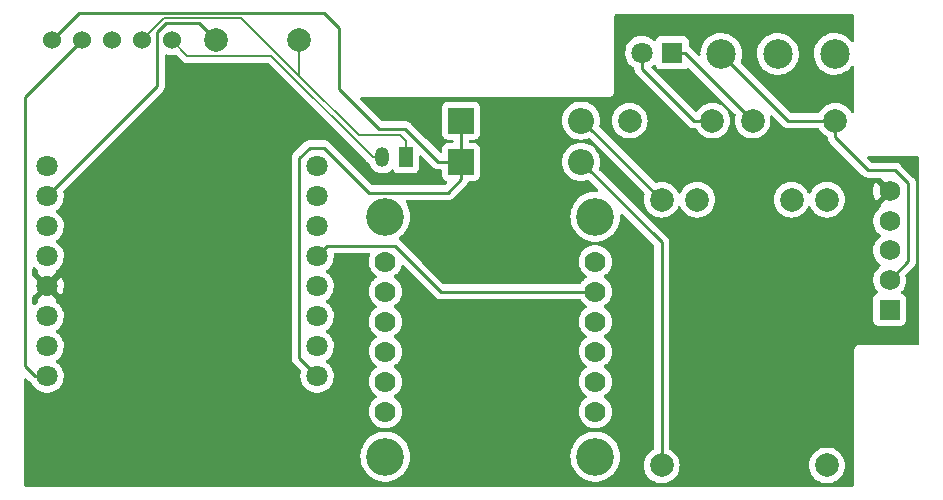
<source format=gtl>
%TF.GenerationSoftware,KiCad,Pcbnew,(6.0.11)*%
%TF.CreationDate,2023-02-17T03:20:08-05:00*%
%TF.ProjectId,IMU-pcb,494d552d-7063-4622-9e6b-696361645f70,rev?*%
%TF.SameCoordinates,Original*%
%TF.FileFunction,Copper,L1,Top*%
%TF.FilePolarity,Positive*%
%FSLAX46Y46*%
G04 Gerber Fmt 4.6, Leading zero omitted, Abs format (unit mm)*
G04 Created by KiCad (PCBNEW (6.0.11)) date 2023-02-17 03:20:08*
%MOMM*%
%LPD*%
G01*
G04 APERTURE LIST*
%TA.AperFunction,ComponentPad*%
%ADD10R,1.200000X1.700000*%
%TD*%
%TA.AperFunction,ComponentPad*%
%ADD11O,1.200000X1.700000*%
%TD*%
%TA.AperFunction,ComponentPad*%
%ADD12C,2.000000*%
%TD*%
%TA.AperFunction,ComponentPad*%
%ADD13C,1.800000*%
%TD*%
%TA.AperFunction,ComponentPad*%
%ADD14C,1.778000*%
%TD*%
%TA.AperFunction,ComponentPad*%
%ADD15C,3.200000*%
%TD*%
%TA.AperFunction,ComponentPad*%
%ADD16C,1.524000*%
%TD*%
%TA.AperFunction,ComponentPad*%
%ADD17C,2.500000*%
%TD*%
%TA.AperFunction,ComponentPad*%
%ADD18R,1.750000X1.750000*%
%TD*%
%TA.AperFunction,ComponentPad*%
%ADD19C,1.750000*%
%TD*%
%TA.AperFunction,ComponentPad*%
%ADD20R,2.200000X2.200000*%
%TD*%
%TA.AperFunction,ComponentPad*%
%ADD21O,2.200000X2.200000*%
%TD*%
%TA.AperFunction,ComponentPad*%
%ADD22R,1.800000X1.800000*%
%TD*%
%TA.AperFunction,Conductor*%
%ADD23C,0.200000*%
%TD*%
%TA.AperFunction,Conductor*%
%ADD24C,0.250000*%
%TD*%
G04 APERTURE END LIST*
D10*
%TO.P,J2,1,Pin_1*%
%TO.N,B+*%
X142850000Y-81600000D03*
D11*
%TO.P,J2,2,Pin_2*%
%TO.N,B-*%
X140850000Y-81600000D03*
%TD*%
D12*
%TO.P,R3,1*%
%TO.N,Net-(R3-Pad1)*%
X168800000Y-78500000D03*
%TO.P,R3,2*%
%TO.N,Net-(R3-Pad2)*%
X161800000Y-78500000D03*
%TD*%
%TO.P,R2,1*%
%TO.N,B+*%
X133800000Y-71700000D03*
%TO.P,R2,2*%
%TO.N,Net-(R2-Pad2)*%
X126800000Y-71700000D03*
%TD*%
D13*
%TO.P,U2,1,Rst*%
%TO.N,unconnected-(U2-Pad1)*%
X112471012Y-82351012D03*
%TO.P,U2,2,A0*%
%TO.N,Net-(R2-Pad2)*%
X112471012Y-84891012D03*
%TO.P,U2,3,D0*%
%TO.N,unconnected-(U2-Pad3)*%
X112471012Y-87431012D03*
%TO.P,U2,4,D5*%
%TO.N,INT_PIN1*%
X112471012Y-89971012D03*
%TO.P,U2,5,D6*%
%TO.N,INT_PIN2*%
X112471012Y-92511012D03*
%TO.P,U2,6,D7*%
%TO.N,unconnected-(U2-Pad6)*%
X112471012Y-95051012D03*
%TO.P,U2,7,D8*%
%TO.N,Net-(R3-Pad2)*%
X112471012Y-97591012D03*
%TO.P,U2,8,3.3V*%
%TO.N,3V3*%
X112471012Y-100131012D03*
%TO.P,U2,9,5V*%
%TO.N,5V*%
X135331012Y-100131012D03*
%TO.P,U2,10,GND*%
%TO.N,Switch_GND*%
X135331012Y-97591012D03*
%TO.P,U2,11,D4*%
%TO.N,unconnected-(U2-Pad11)*%
X135331012Y-95051012D03*
%TO.P,U2,12,D3*%
%TO.N,unconnected-(U2-Pad12)*%
X135331012Y-92511012D03*
%TO.P,U2,13,D2*%
%TO.N,SDA*%
X135331012Y-89971012D03*
%TO.P,U2,14,D1*%
%TO.N,SCL*%
X135331012Y-87431012D03*
%TO.P,U2,15,Rx*%
%TO.N,unconnected-(U2-Pad15)*%
X135331012Y-84891012D03*
%TO.P,U2,16,Tx*%
%TO.N,unconnected-(U2-Pad16)*%
X135331012Y-82351012D03*
%TD*%
D12*
%TO.P,R1,1*%
%TO.N,Switch_GND*%
X179200000Y-78500000D03*
%TO.P,R1,2*%
%TO.N,Net-(R1-Pad2)*%
X172200000Y-78500000D03*
%TD*%
D14*
%TO.P,U3,JP1_1,VIN*%
%TO.N,3V3*%
X158890000Y-103150000D03*
%TO.P,U3,JP1_2,3VO*%
%TO.N,unconnected-(U3-PadJP1_2)*%
X158890000Y-100610000D03*
%TO.P,U3,JP1_3,GND*%
%TO.N,Switch_GND*%
X158890000Y-98070000D03*
%TO.P,U3,JP1_4,SCL*%
%TO.N,SCL*%
X158890000Y-95530000D03*
%TO.P,U3,JP1_5,SDA*%
%TO.N,SDA*%
X158890000Y-92990000D03*
%TO.P,U3,JP1_6,~{INT}*%
%TO.N,INT_PIN1*%
X158890000Y-90450000D03*
%TO.P,U3,JP2_1,BT*%
%TO.N,unconnected-(U3-PadJP2_1)*%
X141110000Y-103150000D03*
%TO.P,U3,JP2_2,P0*%
%TO.N,unconnected-(U3-PadJP2_2)*%
X141110000Y-100610000D03*
%TO.P,U3,JP2_3,P1*%
%TO.N,unconnected-(U3-PadJP2_3)*%
X141110000Y-98070000D03*
%TO.P,U3,JP2_4,~{RST}*%
%TO.N,unconnected-(U3-PadJP2_4)*%
X141110000Y-95530000D03*
%TO.P,U3,JP2_5,DI*%
%TO.N,unconnected-(U3-PadJP2_5)*%
X141110000Y-92990000D03*
%TO.P,U3,JP2_6,CS*%
%TO.N,unconnected-(U3-PadJP2_6)*%
X141110000Y-90450000D03*
D15*
%TO.P,U3,P1*%
%TO.N,N/C*%
X141110000Y-106960000D03*
%TO.P,U3,P2*%
X141110000Y-86640000D03*
%TO.P,U3,P3*%
X158890000Y-106960000D03*
%TO.P,U3,P4*%
X158890000Y-86640000D03*
%TD*%
D16*
%TO.P,J1,1,Pin_1*%
%TO.N,5V*%
X112880000Y-71700000D03*
%TO.P,J1,2,Pin_2*%
%TO.N,3V3*%
X115420000Y-71700000D03*
%TO.P,J1,3,Pin_3*%
%TO.N,Switch_GND*%
X117960000Y-71700000D03*
%TO.P,J1,4,Pin_4*%
%TO.N,B+*%
X120500000Y-71700000D03*
%TO.P,J1,5,Pin_5*%
%TO.N,B-*%
X123040000Y-71700000D03*
%TD*%
D17*
%TO.P,S1,1,T1*%
%TO.N,Switch_GND*%
X169550000Y-72850000D03*
%TO.P,S1,2,T2*%
%TO.N,Net-(S1-Pad2)*%
X174350000Y-72850000D03*
%TO.P,S1,3*%
%TO.N,N/C*%
X179150000Y-72850000D03*
%TD*%
D18*
%TO.P,J3,1,Pin_1*%
%TO.N,3V3*%
X183800000Y-94500000D03*
D19*
%TO.P,J3,2,Pin_2*%
%TO.N,Switch_GND*%
X183800000Y-92000000D03*
%TO.P,J3,3,Pin_3*%
%TO.N,SCL*%
X183800000Y-89500000D03*
%TO.P,J3,4,Pin_4*%
%TO.N,SDA*%
X183800000Y-87000000D03*
%TO.P,J3,5,Pin_5*%
%TO.N,INT_PIN2*%
X183800000Y-84500000D03*
%TD*%
D20*
%TO.P,D3,1,K*%
%TO.N,5V*%
X147520000Y-78500000D03*
D21*
%TO.P,D3,2,A*%
%TO.N,Net-(D3-Pad2)*%
X157680000Y-78500000D03*
%TD*%
D22*
%TO.P,D1,1,K*%
%TO.N,Net-(R1-Pad2)*%
X165375000Y-72750000D03*
D13*
%TO.P,D1,2,A*%
%TO.N,Net-(R3-Pad1)*%
X162835000Y-72750000D03*
%TD*%
D12*
%TO.P,U1,1,Out+*%
%TO.N,Net-(D3-Pad2)*%
X164500000Y-85200000D03*
%TO.P,U1,2,Battery+*%
%TO.N,B+*%
X167500000Y-85200000D03*
%TO.P,U1,3,Battery-*%
%TO.N,B-*%
X175500000Y-85200000D03*
%TO.P,U1,4,Out-*%
%TO.N,Net-(S1-Pad2)*%
X178500000Y-85200000D03*
%TO.P,U1,5,RB+*%
%TO.N,Net-(D2-Pad2)*%
X164500000Y-107700000D03*
%TO.P,U1,6,RB-*%
%TO.N,unconnected-(U1-Pad6)*%
X178500000Y-107700000D03*
%TD*%
D20*
%TO.P,D2,1,K*%
%TO.N,5V*%
X147520000Y-82000000D03*
D21*
%TO.P,D2,2,A*%
%TO.N,Net-(D2-Pad2)*%
X157680000Y-82000000D03*
%TD*%
D23*
%TO.N,B+*%
X142850000Y-80250000D02*
X142850000Y-81600000D01*
X122375000Y-69825000D02*
X120500000Y-71700000D01*
X133800000Y-74700000D02*
X128925000Y-69825000D01*
X142350000Y-79750000D02*
X142850000Y-80250000D01*
X133800000Y-71700000D02*
X133800000Y-74700000D01*
X128925000Y-69825000D02*
X122375000Y-69825000D01*
X133800000Y-74700000D02*
X138850000Y-79750000D01*
X138850000Y-79750000D02*
X142350000Y-79750000D01*
%TO.N,B-*%
X140850000Y-81600000D02*
X140050000Y-81600000D01*
X124340000Y-73000000D02*
X123040000Y-71700000D01*
X140050000Y-81600000D02*
X131450000Y-73000000D01*
X131450000Y-73000000D02*
X124340000Y-73000000D01*
D24*
%TO.N,Net-(R1-Pad2)*%
X165375000Y-72750000D02*
X166450000Y-72750000D01*
X166450000Y-72750000D02*
X172200000Y-78500000D01*
%TO.N,Net-(R3-Pad1)*%
X162835000Y-74135000D02*
X167200000Y-78500000D01*
X162835000Y-72750000D02*
X162835000Y-74135000D01*
X167200000Y-78500000D02*
X168800000Y-78500000D01*
%TO.N,5V*%
X147520000Y-83480000D02*
X146400000Y-84600000D01*
X137200000Y-75800000D02*
X137200000Y-70700000D01*
X135900000Y-69400000D02*
X115180000Y-69400000D01*
X142800000Y-79200000D02*
X140600000Y-79200000D01*
X115180000Y-69400000D02*
X112880000Y-71700000D01*
X147520000Y-82000000D02*
X145600000Y-82000000D01*
X140600000Y-79200000D02*
X137200000Y-75800000D01*
X139700000Y-84600000D02*
X135900000Y-80800000D01*
X146400000Y-84600000D02*
X139700000Y-84600000D01*
X135900000Y-80800000D02*
X134700000Y-80800000D01*
X147520000Y-78500000D02*
X147520000Y-82000000D01*
X145600000Y-82000000D02*
X142800000Y-79200000D01*
X133800000Y-98600000D02*
X135331012Y-100131012D01*
X137200000Y-70700000D02*
X135900000Y-69400000D01*
X147520000Y-82000000D02*
X147520000Y-83480000D01*
X133800000Y-81700000D02*
X133800000Y-98600000D01*
X134700000Y-80800000D02*
X133800000Y-81700000D01*
%TO.N,Net-(D2-Pad2)*%
X164500000Y-107700000D02*
X164500000Y-88820000D01*
X164500000Y-88820000D02*
X157680000Y-82000000D01*
%TO.N,Net-(D3-Pad2)*%
X164500000Y-85200000D02*
X157800000Y-78500000D01*
X157800000Y-78500000D02*
X157680000Y-78500000D01*
%TO.N,3V3*%
X110600000Y-99300000D02*
X110600000Y-76520000D01*
X112471012Y-100131012D02*
X111431012Y-100131012D01*
X111431012Y-100131012D02*
X110600000Y-99300000D01*
X110600000Y-76520000D02*
X115420000Y-71700000D01*
%TO.N,Switch_GND*%
X183800000Y-92000000D02*
X185400000Y-90400000D01*
X175200000Y-78500000D02*
X179200000Y-78500000D01*
X179200000Y-79900000D02*
X179200000Y-78500000D01*
X169550000Y-72850000D02*
X175200000Y-78500000D01*
X185400000Y-83800000D02*
X184300000Y-82700000D01*
X182000000Y-82700000D02*
X179200000Y-79900000D01*
X184300000Y-82700000D02*
X182000000Y-82700000D01*
X185400000Y-90400000D02*
X185400000Y-83800000D01*
%TO.N,SDA*%
X141900000Y-89100000D02*
X136202024Y-89100000D01*
X145790000Y-92990000D02*
X141900000Y-89100000D01*
X158890000Y-92990000D02*
X145790000Y-92990000D01*
X136202024Y-89100000D02*
X135331012Y-89971012D01*
%TO.N,Net-(R2-Pad2)*%
X122551040Y-70250000D02*
X121800000Y-71001040D01*
X125350000Y-70250000D02*
X122551040Y-70250000D01*
X121800000Y-75562024D02*
X112471012Y-84891012D01*
X126800000Y-71700000D02*
X125350000Y-70250000D01*
X121800000Y-71001040D02*
X121800000Y-75562024D01*
%TD*%
%TA.AperFunction,Conductor*%
%TO.N,INT_PIN2*%
G36*
X180733621Y-69528502D02*
G01*
X180780114Y-69582158D01*
X180791500Y-69634500D01*
X180791500Y-71728305D01*
X180771498Y-71796426D01*
X180717842Y-71842919D01*
X180647568Y-71853023D01*
X180582988Y-71823529D01*
X180566550Y-71806311D01*
X180520874Y-71748371D01*
X180450138Y-71658643D01*
X180259763Y-71479557D01*
X180070493Y-71348255D01*
X180048851Y-71333241D01*
X180048848Y-71333239D01*
X180045009Y-71330576D01*
X180040816Y-71328508D01*
X179814781Y-71217040D01*
X179814778Y-71217039D01*
X179810593Y-71214975D01*
X179764449Y-71200204D01*
X179566123Y-71136720D01*
X179561665Y-71135293D01*
X179303693Y-71093279D01*
X179189942Y-71091790D01*
X179047022Y-71089919D01*
X179047019Y-71089919D01*
X179042345Y-71089858D01*
X178783362Y-71125104D01*
X178532433Y-71198243D01*
X178528180Y-71200203D01*
X178528179Y-71200204D01*
X178491659Y-71217040D01*
X178295072Y-71307668D01*
X178256067Y-71333241D01*
X178080404Y-71448410D01*
X178080399Y-71448414D01*
X178076491Y-71450976D01*
X177881494Y-71625018D01*
X177714363Y-71825970D01*
X177711934Y-71829973D01*
X177584814Y-72039461D01*
X177578771Y-72049419D01*
X177477697Y-72290455D01*
X177413359Y-72543783D01*
X177412891Y-72548434D01*
X177412890Y-72548438D01*
X177408302Y-72594000D01*
X177387173Y-72803839D01*
X177399713Y-73064908D01*
X177450704Y-73321256D01*
X177539026Y-73567252D01*
X177550814Y-73589190D01*
X177644251Y-73763086D01*
X177662737Y-73797491D01*
X177665532Y-73801234D01*
X177665534Y-73801237D01*
X177816330Y-74003177D01*
X177816335Y-74003183D01*
X177819122Y-74006915D01*
X177822431Y-74010195D01*
X177822436Y-74010201D01*
X177992570Y-74178856D01*
X178004743Y-74190923D01*
X178008505Y-74193681D01*
X178008508Y-74193684D01*
X178134316Y-74285930D01*
X178215524Y-74345474D01*
X178219667Y-74347654D01*
X178219669Y-74347655D01*
X178442684Y-74464989D01*
X178442689Y-74464991D01*
X178446834Y-74467172D01*
X178593951Y-74518548D01*
X178677420Y-74547697D01*
X178693590Y-74553344D01*
X178698183Y-74554216D01*
X178945785Y-74601224D01*
X178945788Y-74601224D01*
X178950374Y-74602095D01*
X179080958Y-74607226D01*
X179206875Y-74612174D01*
X179206881Y-74612174D01*
X179211543Y-74612357D01*
X179290977Y-74603657D01*
X179466707Y-74584412D01*
X179466712Y-74584411D01*
X179471360Y-74583902D01*
X179537887Y-74566387D01*
X179719594Y-74518548D01*
X179719596Y-74518547D01*
X179724117Y-74517357D01*
X179964262Y-74414182D01*
X180146889Y-74301170D01*
X180182547Y-74279104D01*
X180182548Y-74279104D01*
X180186519Y-74276646D01*
X180190082Y-74273629D01*
X180190087Y-74273626D01*
X180382439Y-74110787D01*
X180382440Y-74110786D01*
X180386005Y-74107768D01*
X180414822Y-74074909D01*
X180555257Y-73914774D01*
X180555261Y-73914769D01*
X180558339Y-73911259D01*
X180560869Y-73907326D01*
X180563681Y-73903594D01*
X180565052Y-73904627D01*
X180613205Y-73862937D01*
X180683483Y-73852862D01*
X180748052Y-73882382D01*
X180786411Y-73942124D01*
X180791500Y-73977572D01*
X180791500Y-77766874D01*
X180771498Y-77834995D01*
X180717842Y-77881488D01*
X180647568Y-77891592D01*
X180582988Y-77862098D01*
X180553631Y-77821383D01*
X180552381Y-77822020D01*
X180550135Y-77817611D01*
X180548240Y-77813037D01*
X180544133Y-77806335D01*
X180426759Y-77614798D01*
X180426755Y-77614792D01*
X180424176Y-77610584D01*
X180269969Y-77430031D01*
X180089416Y-77275824D01*
X180085208Y-77273245D01*
X180085202Y-77273241D01*
X179891183Y-77154346D01*
X179886963Y-77151760D01*
X179882393Y-77149867D01*
X179882389Y-77149865D01*
X179672167Y-77062789D01*
X179672165Y-77062788D01*
X179667594Y-77060895D01*
X179566977Y-77036739D01*
X179441524Y-77006620D01*
X179441518Y-77006619D01*
X179436711Y-77005465D01*
X179200000Y-76986835D01*
X178963289Y-77005465D01*
X178958482Y-77006619D01*
X178958476Y-77006620D01*
X178833023Y-77036739D01*
X178732406Y-77060895D01*
X178727835Y-77062788D01*
X178727833Y-77062789D01*
X178517611Y-77149865D01*
X178517607Y-77149867D01*
X178513037Y-77151760D01*
X178508817Y-77154346D01*
X178314798Y-77273241D01*
X178314792Y-77273245D01*
X178310584Y-77275824D01*
X178130031Y-77430031D01*
X177975824Y-77610584D01*
X177973245Y-77614792D01*
X177973241Y-77614798D01*
X177855867Y-77806335D01*
X177803219Y-77853966D01*
X177748434Y-77866500D01*
X175514594Y-77866500D01*
X175446473Y-77846498D01*
X175425499Y-77829595D01*
X171219519Y-73623614D01*
X171185493Y-73561302D01*
X171190558Y-73490486D01*
X171193731Y-73482770D01*
X171204675Y-73458474D01*
X171207083Y-73453129D01*
X171278030Y-73201572D01*
X171291357Y-73096810D01*
X171310616Y-72945421D01*
X171310616Y-72945417D01*
X171311014Y-72942291D01*
X171311126Y-72938042D01*
X171313348Y-72853160D01*
X171313431Y-72850000D01*
X171310001Y-72803839D01*
X172587173Y-72803839D01*
X172599713Y-73064908D01*
X172650704Y-73321256D01*
X172739026Y-73567252D01*
X172750814Y-73589190D01*
X172844251Y-73763086D01*
X172862737Y-73797491D01*
X172865532Y-73801234D01*
X172865534Y-73801237D01*
X173016330Y-74003177D01*
X173016335Y-74003183D01*
X173019122Y-74006915D01*
X173022431Y-74010195D01*
X173022436Y-74010201D01*
X173192570Y-74178856D01*
X173204743Y-74190923D01*
X173208505Y-74193681D01*
X173208508Y-74193684D01*
X173334316Y-74285930D01*
X173415524Y-74345474D01*
X173419667Y-74347654D01*
X173419669Y-74347655D01*
X173642684Y-74464989D01*
X173642689Y-74464991D01*
X173646834Y-74467172D01*
X173793951Y-74518548D01*
X173877420Y-74547697D01*
X173893590Y-74553344D01*
X173898183Y-74554216D01*
X174145785Y-74601224D01*
X174145788Y-74601224D01*
X174150374Y-74602095D01*
X174280958Y-74607226D01*
X174406875Y-74612174D01*
X174406881Y-74612174D01*
X174411543Y-74612357D01*
X174490977Y-74603657D01*
X174666707Y-74584412D01*
X174666712Y-74584411D01*
X174671360Y-74583902D01*
X174737887Y-74566387D01*
X174919594Y-74518548D01*
X174919596Y-74518547D01*
X174924117Y-74517357D01*
X175164262Y-74414182D01*
X175346889Y-74301170D01*
X175382547Y-74279104D01*
X175382548Y-74279104D01*
X175386519Y-74276646D01*
X175390082Y-74273629D01*
X175390087Y-74273626D01*
X175582439Y-74110787D01*
X175582440Y-74110786D01*
X175586005Y-74107768D01*
X175614822Y-74074909D01*
X175755257Y-73914774D01*
X175755261Y-73914769D01*
X175758339Y-73911259D01*
X175767701Y-73896705D01*
X175897205Y-73695367D01*
X175899733Y-73691437D01*
X176007083Y-73453129D01*
X176078030Y-73201572D01*
X176091357Y-73096810D01*
X176110616Y-72945421D01*
X176110616Y-72945417D01*
X176111014Y-72942291D01*
X176111126Y-72938042D01*
X176113348Y-72853160D01*
X176113431Y-72850000D01*
X176107236Y-72766632D01*
X176094407Y-72594000D01*
X176094406Y-72593996D01*
X176094061Y-72589348D01*
X176082725Y-72539248D01*
X176043605Y-72366368D01*
X176036377Y-72334423D01*
X176013918Y-72276669D01*
X175943340Y-72095176D01*
X175943339Y-72095173D01*
X175941647Y-72090823D01*
X175811951Y-71863902D01*
X175650138Y-71658643D01*
X175459763Y-71479557D01*
X175270493Y-71348255D01*
X175248851Y-71333241D01*
X175248848Y-71333239D01*
X175245009Y-71330576D01*
X175240816Y-71328508D01*
X175014781Y-71217040D01*
X175014778Y-71217039D01*
X175010593Y-71214975D01*
X174964449Y-71200204D01*
X174766123Y-71136720D01*
X174761665Y-71135293D01*
X174503693Y-71093279D01*
X174389942Y-71091790D01*
X174247022Y-71089919D01*
X174247019Y-71089919D01*
X174242345Y-71089858D01*
X173983362Y-71125104D01*
X173732433Y-71198243D01*
X173728180Y-71200203D01*
X173728179Y-71200204D01*
X173691659Y-71217040D01*
X173495072Y-71307668D01*
X173456067Y-71333241D01*
X173280404Y-71448410D01*
X173280399Y-71448414D01*
X173276491Y-71450976D01*
X173081494Y-71625018D01*
X172914363Y-71825970D01*
X172911934Y-71829973D01*
X172784814Y-72039461D01*
X172778771Y-72049419D01*
X172677697Y-72290455D01*
X172613359Y-72543783D01*
X172612891Y-72548434D01*
X172612890Y-72548438D01*
X172608302Y-72594000D01*
X172587173Y-72803839D01*
X171310001Y-72803839D01*
X171307236Y-72766632D01*
X171294407Y-72594000D01*
X171294406Y-72593996D01*
X171294061Y-72589348D01*
X171282725Y-72539248D01*
X171243605Y-72366368D01*
X171236377Y-72334423D01*
X171213918Y-72276669D01*
X171143340Y-72095176D01*
X171143339Y-72095173D01*
X171141647Y-72090823D01*
X171011951Y-71863902D01*
X170850138Y-71658643D01*
X170659763Y-71479557D01*
X170470493Y-71348255D01*
X170448851Y-71333241D01*
X170448848Y-71333239D01*
X170445009Y-71330576D01*
X170440816Y-71328508D01*
X170214781Y-71217040D01*
X170214778Y-71217039D01*
X170210593Y-71214975D01*
X170164449Y-71200204D01*
X169966123Y-71136720D01*
X169961665Y-71135293D01*
X169703693Y-71093279D01*
X169589942Y-71091790D01*
X169447022Y-71089919D01*
X169447019Y-71089919D01*
X169442345Y-71089858D01*
X169183362Y-71125104D01*
X168932433Y-71198243D01*
X168928180Y-71200203D01*
X168928179Y-71200204D01*
X168891659Y-71217040D01*
X168695072Y-71307668D01*
X168656067Y-71333241D01*
X168480404Y-71448410D01*
X168480399Y-71448414D01*
X168476491Y-71450976D01*
X168281494Y-71625018D01*
X168114363Y-71825970D01*
X168111934Y-71829973D01*
X167984814Y-72039461D01*
X167978771Y-72049419D01*
X167877697Y-72290455D01*
X167813359Y-72543783D01*
X167812891Y-72548434D01*
X167812890Y-72548438D01*
X167808302Y-72594000D01*
X167787173Y-72803839D01*
X167787397Y-72808505D01*
X167787397Y-72808511D01*
X167791075Y-72885080D01*
X167774364Y-72954082D01*
X167723001Y-73003096D01*
X167653292Y-73016559D01*
X167587371Y-72990198D01*
X167576124Y-72980220D01*
X167380211Y-72784306D01*
X166953647Y-72357742D01*
X166946113Y-72349463D01*
X166942000Y-72342982D01*
X166892348Y-72296356D01*
X166889507Y-72293602D01*
X166869770Y-72273865D01*
X166866573Y-72271385D01*
X166857551Y-72263680D01*
X166840394Y-72247568D01*
X166825321Y-72233414D01*
X166827243Y-72231367D01*
X166792083Y-72185765D01*
X166783500Y-72140057D01*
X166783500Y-71801866D01*
X166776745Y-71739684D01*
X166725615Y-71603295D01*
X166638261Y-71486739D01*
X166521705Y-71399385D01*
X166385316Y-71348255D01*
X166323134Y-71341500D01*
X164426866Y-71341500D01*
X164364684Y-71348255D01*
X164228295Y-71399385D01*
X164111739Y-71486739D01*
X164024385Y-71603295D01*
X164021233Y-71611703D01*
X164021232Y-71611705D01*
X164000538Y-71666906D01*
X163957897Y-71723671D01*
X163891335Y-71748371D01*
X163821986Y-71733164D01*
X163799167Y-71716666D01*
X163798887Y-71716358D01*
X163736270Y-71666906D01*
X163621177Y-71576011D01*
X163621172Y-71576008D01*
X163617123Y-71572810D01*
X163612607Y-71570317D01*
X163612604Y-71570315D01*
X163418879Y-71463373D01*
X163418875Y-71463371D01*
X163414355Y-71460876D01*
X163409486Y-71459152D01*
X163409482Y-71459150D01*
X163200903Y-71385288D01*
X163200899Y-71385287D01*
X163196028Y-71383562D01*
X163190935Y-71382655D01*
X163190932Y-71382654D01*
X162973095Y-71343851D01*
X162973089Y-71343850D01*
X162968006Y-71342945D01*
X162895096Y-71342054D01*
X162741581Y-71340179D01*
X162741579Y-71340179D01*
X162736411Y-71340116D01*
X162507464Y-71375150D01*
X162287314Y-71447106D01*
X162282726Y-71449494D01*
X162282722Y-71449496D01*
X162086461Y-71551663D01*
X162081872Y-71554052D01*
X162077739Y-71557155D01*
X162077736Y-71557157D01*
X161900790Y-71690012D01*
X161896655Y-71693117D01*
X161736639Y-71860564D01*
X161733725Y-71864836D01*
X161733724Y-71864837D01*
X161691472Y-71926776D01*
X161606119Y-72051899D01*
X161508602Y-72261981D01*
X161446707Y-72485169D01*
X161422095Y-72715469D01*
X161422392Y-72720622D01*
X161422392Y-72720625D01*
X161428066Y-72819026D01*
X161435427Y-72946697D01*
X161436564Y-72951743D01*
X161436565Y-72951749D01*
X161451171Y-73016559D01*
X161486346Y-73172642D01*
X161488288Y-73177424D01*
X161488289Y-73177428D01*
X161571540Y-73382450D01*
X161573484Y-73387237D01*
X161694501Y-73584719D01*
X161846147Y-73759784D01*
X162024349Y-73907730D01*
X162072048Y-73935603D01*
X162137040Y-73973581D01*
X162185764Y-74025219D01*
X162199408Y-74078410D01*
X162201438Y-74142986D01*
X162201500Y-74146945D01*
X162201500Y-74174856D01*
X162201997Y-74178790D01*
X162201997Y-74178791D01*
X162202005Y-74178856D01*
X162202938Y-74190693D01*
X162204327Y-74234889D01*
X162209978Y-74254339D01*
X162213987Y-74273700D01*
X162216526Y-74293797D01*
X162219445Y-74301168D01*
X162219445Y-74301170D01*
X162232804Y-74334912D01*
X162236649Y-74346142D01*
X162248982Y-74388593D01*
X162253015Y-74395412D01*
X162253017Y-74395417D01*
X162259293Y-74406028D01*
X162267988Y-74423776D01*
X162275448Y-74442617D01*
X162280110Y-74449033D01*
X162280110Y-74449034D01*
X162301436Y-74478387D01*
X162307952Y-74488307D01*
X162325837Y-74518548D01*
X162330458Y-74526362D01*
X162344779Y-74540683D01*
X162357619Y-74555716D01*
X162369528Y-74572107D01*
X162375634Y-74577158D01*
X162403605Y-74600298D01*
X162412384Y-74608288D01*
X166696343Y-78892247D01*
X166703887Y-78900537D01*
X166708000Y-78907018D01*
X166713777Y-78912443D01*
X166757667Y-78953658D01*
X166760509Y-78956413D01*
X166780230Y-78976134D01*
X166783425Y-78978612D01*
X166792446Y-78986317D01*
X166824679Y-79016586D01*
X166835858Y-79022732D01*
X166842432Y-79026346D01*
X166858956Y-79037199D01*
X166874959Y-79049613D01*
X166915543Y-79067176D01*
X166926173Y-79072383D01*
X166964940Y-79093695D01*
X166972617Y-79095666D01*
X166972622Y-79095668D01*
X166984558Y-79098732D01*
X167003266Y-79105137D01*
X167021855Y-79113181D01*
X167029683Y-79114421D01*
X167029690Y-79114423D01*
X167065524Y-79120099D01*
X167077144Y-79122505D01*
X167104908Y-79129633D01*
X167119970Y-79133500D01*
X167140224Y-79133500D01*
X167159934Y-79135051D01*
X167179943Y-79138220D01*
X167187835Y-79137474D01*
X167223961Y-79134059D01*
X167235819Y-79133500D01*
X167348434Y-79133500D01*
X167416555Y-79153502D01*
X167455867Y-79193665D01*
X167573241Y-79385202D01*
X167573245Y-79385208D01*
X167575824Y-79389416D01*
X167730031Y-79569969D01*
X167910584Y-79724176D01*
X167914792Y-79726755D01*
X167914798Y-79726759D01*
X168107100Y-79844602D01*
X168113037Y-79848240D01*
X168117607Y-79850133D01*
X168117611Y-79850135D01*
X168231358Y-79897250D01*
X168332406Y-79939105D01*
X168401525Y-79955699D01*
X168558476Y-79993380D01*
X168558482Y-79993381D01*
X168563289Y-79994535D01*
X168800000Y-80013165D01*
X169036711Y-79994535D01*
X169041518Y-79993381D01*
X169041524Y-79993380D01*
X169198475Y-79955699D01*
X169267594Y-79939105D01*
X169368642Y-79897250D01*
X169482389Y-79850135D01*
X169482393Y-79850133D01*
X169486963Y-79848240D01*
X169492900Y-79844602D01*
X169685202Y-79726759D01*
X169685208Y-79726755D01*
X169689416Y-79724176D01*
X169869969Y-79569969D01*
X170024176Y-79389416D01*
X170026755Y-79385208D01*
X170026759Y-79385202D01*
X170145654Y-79191183D01*
X170148240Y-79186963D01*
X170151618Y-79178809D01*
X170237211Y-78972167D01*
X170237212Y-78972165D01*
X170239105Y-78967594D01*
X170278980Y-78801502D01*
X170293380Y-78741524D01*
X170293381Y-78741518D01*
X170294535Y-78736711D01*
X170313165Y-78500000D01*
X170294535Y-78263289D01*
X170293378Y-78258467D01*
X170240260Y-78037218D01*
X170239105Y-78032406D01*
X170218994Y-77983853D01*
X170150135Y-77817611D01*
X170150133Y-77817607D01*
X170148240Y-77813037D01*
X170144133Y-77806335D01*
X170026759Y-77614798D01*
X170026755Y-77614792D01*
X170024176Y-77610584D01*
X169869969Y-77430031D01*
X169689416Y-77275824D01*
X169685208Y-77273245D01*
X169685202Y-77273241D01*
X169491183Y-77154346D01*
X169486963Y-77151760D01*
X169482393Y-77149867D01*
X169482389Y-77149865D01*
X169272167Y-77062789D01*
X169272165Y-77062788D01*
X169267594Y-77060895D01*
X169166977Y-77036739D01*
X169041524Y-77006620D01*
X169041518Y-77006619D01*
X169036711Y-77005465D01*
X168800000Y-76986835D01*
X168563289Y-77005465D01*
X168558482Y-77006619D01*
X168558476Y-77006620D01*
X168433023Y-77036739D01*
X168332406Y-77060895D01*
X168327835Y-77062788D01*
X168327833Y-77062789D01*
X168117611Y-77149865D01*
X168117607Y-77149867D01*
X168113037Y-77151760D01*
X168108817Y-77154346D01*
X167914798Y-77273241D01*
X167914792Y-77273245D01*
X167910584Y-77275824D01*
X167730031Y-77430031D01*
X167575824Y-77610584D01*
X167573242Y-77614798D01*
X167519002Y-77703309D01*
X167466354Y-77750940D01*
X167396313Y-77762547D01*
X167331115Y-77734444D01*
X167322474Y-77726569D01*
X163664635Y-74068730D01*
X163630609Y-74006418D01*
X163635674Y-73935603D01*
X163680563Y-73877056D01*
X163743034Y-73832497D01*
X163743040Y-73832492D01*
X163747243Y-73829494D01*
X163792309Y-73784585D01*
X163854681Y-73750669D01*
X163925487Y-73755857D01*
X163982249Y-73798503D01*
X163999231Y-73829607D01*
X164019016Y-73882382D01*
X164024385Y-73896705D01*
X164111739Y-74013261D01*
X164228295Y-74100615D01*
X164364684Y-74151745D01*
X164426866Y-74158500D01*
X166323134Y-74158500D01*
X166385316Y-74151745D01*
X166521705Y-74100615D01*
X166638261Y-74013261D01*
X166640286Y-74010559D01*
X166700126Y-73977883D01*
X166770941Y-73982948D01*
X166816004Y-74011909D01*
X170725636Y-77921541D01*
X170759662Y-77983853D01*
X170759060Y-78040050D01*
X170706623Y-78258467D01*
X170705465Y-78263289D01*
X170686835Y-78500000D01*
X170705465Y-78736711D01*
X170706619Y-78741518D01*
X170706620Y-78741524D01*
X170721020Y-78801502D01*
X170760895Y-78967594D01*
X170762788Y-78972165D01*
X170762789Y-78972167D01*
X170848383Y-79178809D01*
X170851760Y-79186963D01*
X170854346Y-79191183D01*
X170973241Y-79385202D01*
X170973245Y-79385208D01*
X170975824Y-79389416D01*
X171130031Y-79569969D01*
X171310584Y-79724176D01*
X171314792Y-79726755D01*
X171314798Y-79726759D01*
X171507100Y-79844602D01*
X171513037Y-79848240D01*
X171517607Y-79850133D01*
X171517611Y-79850135D01*
X171631358Y-79897250D01*
X171732406Y-79939105D01*
X171801525Y-79955699D01*
X171958476Y-79993380D01*
X171958482Y-79993381D01*
X171963289Y-79994535D01*
X172200000Y-80013165D01*
X172436711Y-79994535D01*
X172441518Y-79993381D01*
X172441524Y-79993380D01*
X172598475Y-79955699D01*
X172667594Y-79939105D01*
X172768642Y-79897250D01*
X172882389Y-79850135D01*
X172882393Y-79850133D01*
X172886963Y-79848240D01*
X172892900Y-79844602D01*
X173085202Y-79726759D01*
X173085208Y-79726755D01*
X173089416Y-79724176D01*
X173269969Y-79569969D01*
X173424176Y-79389416D01*
X173426755Y-79385208D01*
X173426759Y-79385202D01*
X173545654Y-79191183D01*
X173548240Y-79186963D01*
X173551618Y-79178809D01*
X173637211Y-78972167D01*
X173637212Y-78972165D01*
X173639105Y-78967594D01*
X173678980Y-78801502D01*
X173693380Y-78741524D01*
X173693381Y-78741518D01*
X173694535Y-78736711D01*
X173713165Y-78500000D01*
X173694535Y-78263289D01*
X173693379Y-78258475D01*
X173693378Y-78258467D01*
X173681037Y-78207064D01*
X173684583Y-78136156D01*
X173725902Y-78078422D01*
X173791876Y-78052191D01*
X173861557Y-78065793D01*
X173892650Y-78088554D01*
X174696343Y-78892247D01*
X174703887Y-78900537D01*
X174708000Y-78907018D01*
X174713777Y-78912443D01*
X174757667Y-78953658D01*
X174760509Y-78956413D01*
X174780231Y-78976135D01*
X174783352Y-78978556D01*
X174783359Y-78978562D01*
X174783424Y-78978612D01*
X174792445Y-78986317D01*
X174824679Y-79016586D01*
X174831627Y-79020405D01*
X174831629Y-79020407D01*
X174842432Y-79026346D01*
X174858959Y-79037202D01*
X174868698Y-79044757D01*
X174868700Y-79044758D01*
X174874960Y-79049614D01*
X174915540Y-79067174D01*
X174926186Y-79072390D01*
X174964940Y-79093695D01*
X174972616Y-79095666D01*
X174972619Y-79095667D01*
X174984562Y-79098733D01*
X175003266Y-79105137D01*
X175008050Y-79107207D01*
X175021855Y-79113181D01*
X175029678Y-79114420D01*
X175029688Y-79114423D01*
X175065524Y-79120099D01*
X175077144Y-79122505D01*
X175104908Y-79129633D01*
X175119970Y-79133500D01*
X175140224Y-79133500D01*
X175159934Y-79135051D01*
X175179943Y-79138220D01*
X175187835Y-79137474D01*
X175223961Y-79134059D01*
X175235819Y-79133500D01*
X177748434Y-79133500D01*
X177816555Y-79153502D01*
X177855867Y-79193665D01*
X177973241Y-79385202D01*
X177973245Y-79385208D01*
X177975824Y-79389416D01*
X178130031Y-79569969D01*
X178310584Y-79724176D01*
X178507102Y-79844603D01*
X178554732Y-79897250D01*
X178565914Y-79939919D01*
X178566498Y-79939845D01*
X178567005Y-79943856D01*
X178567938Y-79955693D01*
X178569327Y-79999889D01*
X178574978Y-80019339D01*
X178578987Y-80038700D01*
X178581526Y-80058797D01*
X178584445Y-80066168D01*
X178584445Y-80066170D01*
X178597804Y-80099912D01*
X178601649Y-80111142D01*
X178611771Y-80145983D01*
X178613982Y-80153593D01*
X178618015Y-80160412D01*
X178618017Y-80160417D01*
X178624293Y-80171028D01*
X178632988Y-80188776D01*
X178640448Y-80207617D01*
X178645110Y-80214033D01*
X178645110Y-80214034D01*
X178666436Y-80243387D01*
X178672952Y-80253307D01*
X178690758Y-80283414D01*
X178695458Y-80291362D01*
X178709779Y-80305683D01*
X178722619Y-80320716D01*
X178734528Y-80337107D01*
X178760388Y-80358500D01*
X178768605Y-80365298D01*
X178777384Y-80373288D01*
X181496348Y-83092253D01*
X181503888Y-83100539D01*
X181508000Y-83107018D01*
X181513777Y-83112443D01*
X181557651Y-83153643D01*
X181560493Y-83156398D01*
X181580230Y-83176135D01*
X181583427Y-83178615D01*
X181592447Y-83186318D01*
X181624679Y-83216586D01*
X181631625Y-83220405D01*
X181631628Y-83220407D01*
X181642434Y-83226348D01*
X181658953Y-83237199D01*
X181674959Y-83249614D01*
X181682228Y-83252759D01*
X181682232Y-83252762D01*
X181715537Y-83267174D01*
X181726187Y-83272391D01*
X181764940Y-83293695D01*
X181772615Y-83295666D01*
X181772616Y-83295666D01*
X181784562Y-83298733D01*
X181803266Y-83305137D01*
X181803708Y-83305328D01*
X181821855Y-83313181D01*
X181829678Y-83314420D01*
X181829688Y-83314423D01*
X181865524Y-83320099D01*
X181877144Y-83322505D01*
X181912289Y-83331528D01*
X181919970Y-83333500D01*
X181940224Y-83333500D01*
X181959934Y-83335051D01*
X181979943Y-83338220D01*
X181987835Y-83337474D01*
X182023961Y-83334059D01*
X182035819Y-83333500D01*
X182940520Y-83333500D01*
X183008641Y-83353502D01*
X183029615Y-83370405D01*
X184070115Y-84410905D01*
X184104141Y-84473217D01*
X184099076Y-84544032D01*
X184070115Y-84589095D01*
X183028460Y-85630750D01*
X183021700Y-85643130D01*
X183041007Y-85668921D01*
X183039658Y-85669931D01*
X183065019Y-85700072D01*
X183074101Y-85770485D01*
X183043673Y-85834630D01*
X183025310Y-85851504D01*
X182882445Y-85958770D01*
X182878310Y-85961875D01*
X182874738Y-85965613D01*
X182777390Y-86067482D01*
X182721133Y-86126351D01*
X182592931Y-86314289D01*
X182590758Y-86318971D01*
X182590756Y-86318974D01*
X182529593Y-86450740D01*
X182497145Y-86520643D01*
X182464044Y-86640000D01*
X182438278Y-86732911D01*
X182436348Y-86739869D01*
X182435799Y-86745006D01*
X182418713Y-86904883D01*
X182412172Y-86966082D01*
X182412469Y-86971234D01*
X182412469Y-86971238D01*
X182423311Y-87159272D01*
X182425268Y-87193206D01*
X182426405Y-87198252D01*
X182426406Y-87198258D01*
X182453645Y-87319127D01*
X182475283Y-87415141D01*
X182560875Y-87625927D01*
X182679744Y-87819904D01*
X182828698Y-87991861D01*
X183003737Y-88137181D01*
X183008192Y-88139784D01*
X183008203Y-88139792D01*
X183012651Y-88142391D01*
X183061374Y-88194029D01*
X183074445Y-88263812D01*
X183047713Y-88329584D01*
X183024735Y-88351936D01*
X182952222Y-88406380D01*
X182888470Y-88454247D01*
X182878310Y-88461875D01*
X182874738Y-88465613D01*
X182727107Y-88620100D01*
X182721133Y-88626351D01*
X182592931Y-88814289D01*
X182590758Y-88818971D01*
X182590756Y-88818974D01*
X182537286Y-88934167D01*
X182497145Y-89020643D01*
X182436348Y-89239869D01*
X182435799Y-89245006D01*
X182416966Y-89421227D01*
X182412172Y-89466082D01*
X182425268Y-89693206D01*
X182426405Y-89698252D01*
X182426406Y-89698258D01*
X182447550Y-89792081D01*
X182475283Y-89915141D01*
X182560875Y-90125927D01*
X182679744Y-90319904D01*
X182828698Y-90491861D01*
X183003737Y-90637181D01*
X183008192Y-90639784D01*
X183008203Y-90639792D01*
X183012651Y-90642391D01*
X183061374Y-90694029D01*
X183074445Y-90763812D01*
X183047713Y-90829584D01*
X183024735Y-90851936D01*
X182878310Y-90961875D01*
X182721133Y-91126351D01*
X182592931Y-91314289D01*
X182590758Y-91318971D01*
X182590756Y-91318974D01*
X182517232Y-91477370D01*
X182497145Y-91520643D01*
X182475501Y-91598689D01*
X182441512Y-91721250D01*
X182436348Y-91739869D01*
X182435799Y-91745006D01*
X182414414Y-91945108D01*
X182412172Y-91966082D01*
X182412469Y-91971234D01*
X182412469Y-91971238D01*
X182417057Y-92050809D01*
X182425268Y-92193206D01*
X182426405Y-92198252D01*
X182426406Y-92198258D01*
X182443739Y-92275168D01*
X182475283Y-92415141D01*
X182560875Y-92625927D01*
X182679744Y-92819904D01*
X182792593Y-92950180D01*
X182822075Y-93014765D01*
X182811960Y-93085038D01*
X182765459Y-93138686D01*
X182741584Y-93150659D01*
X182686705Y-93171232D01*
X182686704Y-93171233D01*
X182678295Y-93174385D01*
X182561739Y-93261739D01*
X182474385Y-93378295D01*
X182423255Y-93514684D01*
X182416500Y-93576866D01*
X182416500Y-95423134D01*
X182423255Y-95485316D01*
X182474385Y-95621705D01*
X182561739Y-95738261D01*
X182678295Y-95825615D01*
X182814684Y-95876745D01*
X182876866Y-95883500D01*
X184723134Y-95883500D01*
X184785316Y-95876745D01*
X184921705Y-95825615D01*
X185038261Y-95738261D01*
X185125615Y-95621705D01*
X185176745Y-95485316D01*
X185183500Y-95423134D01*
X185183500Y-93576866D01*
X185176745Y-93514684D01*
X185125615Y-93378295D01*
X185038261Y-93261739D01*
X184921705Y-93174385D01*
X184913296Y-93171233D01*
X184913295Y-93171232D01*
X184858171Y-93150567D01*
X184801406Y-93107926D01*
X184776706Y-93041364D01*
X184791913Y-92972015D01*
X184813460Y-92943335D01*
X184853533Y-92903401D01*
X184853537Y-92903396D01*
X184857199Y-92899747D01*
X184911770Y-92823804D01*
X184986938Y-92719198D01*
X184986942Y-92719192D01*
X184989956Y-92714997D01*
X185090755Y-92511046D01*
X185156890Y-92293370D01*
X185157938Y-92285412D01*
X185186148Y-92071136D01*
X185186148Y-92071132D01*
X185186585Y-92067815D01*
X185188242Y-92000000D01*
X185169601Y-91773264D01*
X185159432Y-91732777D01*
X185137424Y-91645161D01*
X185140228Y-91574220D01*
X185170533Y-91525371D01*
X185792247Y-90903657D01*
X185800537Y-90896113D01*
X185807018Y-90892000D01*
X185853659Y-90842332D01*
X185856413Y-90839491D01*
X185876135Y-90819769D01*
X185878619Y-90816567D01*
X185886317Y-90807555D01*
X185911161Y-90781098D01*
X185916586Y-90775321D01*
X185926347Y-90757566D01*
X185937198Y-90741047D01*
X185949614Y-90725041D01*
X185967174Y-90684463D01*
X185972391Y-90673813D01*
X185993695Y-90635060D01*
X185998733Y-90615437D01*
X186005137Y-90596734D01*
X186010033Y-90585420D01*
X186010033Y-90585419D01*
X186013181Y-90578145D01*
X186014420Y-90570322D01*
X186014423Y-90570312D01*
X186020099Y-90534476D01*
X186022505Y-90522856D01*
X186031528Y-90487711D01*
X186031528Y-90487710D01*
X186033500Y-90480030D01*
X186033500Y-90459776D01*
X186035051Y-90440065D01*
X186036980Y-90427886D01*
X186038220Y-90420057D01*
X186034059Y-90376038D01*
X186033500Y-90364181D01*
X186033500Y-83878767D01*
X186034027Y-83867584D01*
X186035702Y-83860091D01*
X186035222Y-83844799D01*
X186033562Y-83792001D01*
X186033500Y-83788043D01*
X186033500Y-83760144D01*
X186032996Y-83756153D01*
X186032063Y-83744311D01*
X186031752Y-83734391D01*
X186030674Y-83700111D01*
X186028462Y-83692497D01*
X186028461Y-83692492D01*
X186025023Y-83680659D01*
X186021012Y-83661295D01*
X186019467Y-83649064D01*
X186018474Y-83641203D01*
X186015557Y-83633836D01*
X186015556Y-83633831D01*
X186002198Y-83600092D01*
X185998354Y-83588865D01*
X185988230Y-83554022D01*
X185986018Y-83546407D01*
X185975707Y-83528972D01*
X185967012Y-83511224D01*
X185959552Y-83492383D01*
X185933564Y-83456613D01*
X185927048Y-83446693D01*
X185908580Y-83415465D01*
X185908578Y-83415462D01*
X185904542Y-83408638D01*
X185890221Y-83394317D01*
X185877380Y-83379283D01*
X185870131Y-83369306D01*
X185865472Y-83362893D01*
X185831395Y-83334702D01*
X185822616Y-83326712D01*
X184803652Y-82307747D01*
X184796112Y-82299461D01*
X184792000Y-82292982D01*
X184742348Y-82246356D01*
X184739507Y-82243602D01*
X184719770Y-82223865D01*
X184716573Y-82221385D01*
X184707551Y-82213680D01*
X184681100Y-82188841D01*
X184675321Y-82183414D01*
X184668375Y-82179595D01*
X184668372Y-82179593D01*
X184657566Y-82173652D01*
X184641047Y-82162801D01*
X184640583Y-82162441D01*
X184625041Y-82150386D01*
X184617772Y-82147241D01*
X184617768Y-82147238D01*
X184584463Y-82132826D01*
X184573813Y-82127609D01*
X184535060Y-82106305D01*
X184515437Y-82101267D01*
X184496734Y-82094863D01*
X184485420Y-82089967D01*
X184485419Y-82089967D01*
X184478145Y-82086819D01*
X184470322Y-82085580D01*
X184470312Y-82085577D01*
X184434476Y-82079901D01*
X184422856Y-82077495D01*
X184387711Y-82068472D01*
X184387710Y-82068472D01*
X184380030Y-82066500D01*
X184359776Y-82066500D01*
X184340065Y-82064949D01*
X184327886Y-82063020D01*
X184320057Y-82061780D01*
X184312165Y-82062526D01*
X184276039Y-82065941D01*
X184264181Y-82066500D01*
X182314594Y-82066500D01*
X182246473Y-82046498D01*
X182225499Y-82029595D01*
X181919499Y-81723595D01*
X181885473Y-81661283D01*
X181890538Y-81590468D01*
X181933085Y-81533632D01*
X181999605Y-81508821D01*
X182008594Y-81508500D01*
X186165500Y-81508500D01*
X186233621Y-81528502D01*
X186280114Y-81582158D01*
X186291500Y-81634500D01*
X186291500Y-97365500D01*
X186271498Y-97433621D01*
X186217842Y-97480114D01*
X186165500Y-97491500D01*
X181308623Y-97491500D01*
X181307853Y-97491498D01*
X181307037Y-97491493D01*
X181230279Y-97491024D01*
X181207918Y-97497415D01*
X181201847Y-97499150D01*
X181185085Y-97502728D01*
X181155813Y-97506920D01*
X181147645Y-97510634D01*
X181147644Y-97510634D01*
X181132438Y-97517548D01*
X181114914Y-97523996D01*
X181090229Y-97531051D01*
X181082635Y-97535843D01*
X181082632Y-97535844D01*
X181065220Y-97546830D01*
X181050137Y-97554969D01*
X181023218Y-97567208D01*
X181016416Y-97573069D01*
X181003765Y-97583970D01*
X180988761Y-97595073D01*
X180967042Y-97608776D01*
X180961103Y-97615501D01*
X180961099Y-97615504D01*
X180947468Y-97630938D01*
X180935276Y-97642982D01*
X180919673Y-97656427D01*
X180919671Y-97656430D01*
X180912873Y-97662287D01*
X180907993Y-97669816D01*
X180907992Y-97669817D01*
X180898906Y-97683835D01*
X180887615Y-97698709D01*
X180876569Y-97711217D01*
X180870622Y-97717951D01*
X180858058Y-97744711D01*
X180849737Y-97759691D01*
X180838529Y-97776983D01*
X180838527Y-97776988D01*
X180833648Y-97784515D01*
X180831078Y-97793108D01*
X180831076Y-97793113D01*
X180826289Y-97809120D01*
X180819628Y-97826564D01*
X180812533Y-97841676D01*
X180808719Y-97849800D01*
X180807338Y-97858667D01*
X180807338Y-97858668D01*
X180804170Y-97879015D01*
X180800387Y-97895732D01*
X180794485Y-97915466D01*
X180794484Y-97915472D01*
X180791914Y-97924066D01*
X180791859Y-97933037D01*
X180791859Y-97933038D01*
X180791704Y-97958497D01*
X180791671Y-97959289D01*
X180791500Y-97960386D01*
X180791500Y-97991377D01*
X180791498Y-97992147D01*
X180791024Y-98069721D01*
X180791408Y-98071065D01*
X180791500Y-98072410D01*
X180791500Y-109365500D01*
X180771498Y-109433621D01*
X180717842Y-109480114D01*
X180665500Y-109491500D01*
X110634500Y-109491500D01*
X110566379Y-109471498D01*
X110519886Y-109417842D01*
X110508500Y-109365500D01*
X110508500Y-106937869D01*
X138996689Y-106937869D01*
X139013238Y-107224883D01*
X139014063Y-107229088D01*
X139014064Y-107229096D01*
X139046010Y-107391921D01*
X139068586Y-107506995D01*
X139069973Y-107511045D01*
X139069974Y-107511050D01*
X139160321Y-107774930D01*
X139161710Y-107778986D01*
X139290885Y-108035822D01*
X139453721Y-108272750D01*
X139647206Y-108485388D01*
X139650501Y-108488143D01*
X139650502Y-108488144D01*
X139771623Y-108589416D01*
X139867759Y-108669798D01*
X140111298Y-108822571D01*
X140373318Y-108940877D01*
X140377437Y-108942097D01*
X140644857Y-109021311D01*
X140644862Y-109021312D01*
X140648970Y-109022529D01*
X140653204Y-109023177D01*
X140653209Y-109023178D01*
X140829376Y-109050135D01*
X140933153Y-109066015D01*
X141079485Y-109068314D01*
X141216317Y-109070464D01*
X141216323Y-109070464D01*
X141220608Y-109070531D01*
X141224860Y-109070016D01*
X141224868Y-109070016D01*
X141501756Y-109036508D01*
X141501761Y-109036507D01*
X141506017Y-109035992D01*
X141784097Y-108963039D01*
X142049704Y-108853021D01*
X142297922Y-108707974D01*
X142524159Y-108530582D01*
X142565285Y-108488144D01*
X142721244Y-108327206D01*
X142724227Y-108324128D01*
X142726760Y-108320680D01*
X142726764Y-108320675D01*
X142891887Y-108095886D01*
X142894425Y-108092431D01*
X143031604Y-107839779D01*
X143133225Y-107570848D01*
X143197407Y-107290613D01*
X143202173Y-107237218D01*
X143222743Y-107006726D01*
X143222743Y-107006724D01*
X143222963Y-107004260D01*
X143223427Y-106960000D01*
X143221918Y-106937869D01*
X156776689Y-106937869D01*
X156793238Y-107224883D01*
X156794063Y-107229088D01*
X156794064Y-107229096D01*
X156826010Y-107391921D01*
X156848586Y-107506995D01*
X156849973Y-107511045D01*
X156849974Y-107511050D01*
X156940321Y-107774930D01*
X156941710Y-107778986D01*
X157070885Y-108035822D01*
X157233721Y-108272750D01*
X157427206Y-108485388D01*
X157430501Y-108488143D01*
X157430502Y-108488144D01*
X157551623Y-108589416D01*
X157647759Y-108669798D01*
X157891298Y-108822571D01*
X158153318Y-108940877D01*
X158157437Y-108942097D01*
X158424857Y-109021311D01*
X158424862Y-109021312D01*
X158428970Y-109022529D01*
X158433204Y-109023177D01*
X158433209Y-109023178D01*
X158609376Y-109050135D01*
X158713153Y-109066015D01*
X158859485Y-109068314D01*
X158996317Y-109070464D01*
X158996323Y-109070464D01*
X159000608Y-109070531D01*
X159004860Y-109070016D01*
X159004868Y-109070016D01*
X159281756Y-109036508D01*
X159281761Y-109036507D01*
X159286017Y-109035992D01*
X159564097Y-108963039D01*
X159829704Y-108853021D01*
X160077922Y-108707974D01*
X160304159Y-108530582D01*
X160345285Y-108488144D01*
X160501244Y-108327206D01*
X160504227Y-108324128D01*
X160506760Y-108320680D01*
X160506764Y-108320675D01*
X160671887Y-108095886D01*
X160674425Y-108092431D01*
X160811604Y-107839779D01*
X160913225Y-107570848D01*
X160977407Y-107290613D01*
X160982173Y-107237218D01*
X161002743Y-107006726D01*
X161002743Y-107006724D01*
X161002963Y-107004260D01*
X161003427Y-106960000D01*
X160993241Y-106810584D01*
X160984165Y-106677452D01*
X160984164Y-106677446D01*
X160983873Y-106673175D01*
X160979336Y-106651264D01*
X160926443Y-106395855D01*
X160925574Y-106391658D01*
X160829607Y-106120657D01*
X160697750Y-105865188D01*
X160684488Y-105846317D01*
X160534904Y-105633482D01*
X160532441Y-105629977D01*
X160336740Y-105419378D01*
X160114268Y-105237287D01*
X159869142Y-105087073D01*
X159851048Y-105079130D01*
X159609830Y-104973243D01*
X159605898Y-104971517D01*
X159579963Y-104964129D01*
X159333534Y-104893932D01*
X159333535Y-104893932D01*
X159329406Y-104892756D01*
X159116704Y-104862485D01*
X159049036Y-104852854D01*
X159049034Y-104852854D01*
X159044784Y-104852249D01*
X159040495Y-104852227D01*
X159040488Y-104852226D01*
X158761583Y-104850765D01*
X158761576Y-104850765D01*
X158757297Y-104850743D01*
X158753053Y-104851302D01*
X158753049Y-104851302D01*
X158627660Y-104867810D01*
X158472266Y-104888268D01*
X158468126Y-104889401D01*
X158468124Y-104889401D01*
X158391311Y-104910415D01*
X158194964Y-104964129D01*
X158191016Y-104965813D01*
X157934476Y-105075237D01*
X157934472Y-105075239D01*
X157930524Y-105076923D01*
X157805960Y-105151473D01*
X157687521Y-105222357D01*
X157687517Y-105222360D01*
X157683839Y-105224561D01*
X157459472Y-105404313D01*
X157261577Y-105612851D01*
X157093814Y-105846317D01*
X156959288Y-106100392D01*
X156860489Y-106370373D01*
X156799245Y-106651264D01*
X156776689Y-106937869D01*
X143221918Y-106937869D01*
X143213241Y-106810584D01*
X143204165Y-106677452D01*
X143204164Y-106677446D01*
X143203873Y-106673175D01*
X143199336Y-106651264D01*
X143146443Y-106395855D01*
X143145574Y-106391658D01*
X143049607Y-106120657D01*
X142917750Y-105865188D01*
X142904488Y-105846317D01*
X142754904Y-105633482D01*
X142752441Y-105629977D01*
X142556740Y-105419378D01*
X142334268Y-105237287D01*
X142089142Y-105087073D01*
X142071048Y-105079130D01*
X141829830Y-104973243D01*
X141825898Y-104971517D01*
X141799963Y-104964129D01*
X141553534Y-104893932D01*
X141553535Y-104893932D01*
X141549406Y-104892756D01*
X141336704Y-104862485D01*
X141269036Y-104852854D01*
X141269034Y-104852854D01*
X141264784Y-104852249D01*
X141260495Y-104852227D01*
X141260488Y-104852226D01*
X140981583Y-104850765D01*
X140981576Y-104850765D01*
X140977297Y-104850743D01*
X140973053Y-104851302D01*
X140973049Y-104851302D01*
X140847660Y-104867810D01*
X140692266Y-104888268D01*
X140688126Y-104889401D01*
X140688124Y-104889401D01*
X140611311Y-104910415D01*
X140414964Y-104964129D01*
X140411016Y-104965813D01*
X140154476Y-105075237D01*
X140154472Y-105075239D01*
X140150524Y-105076923D01*
X140025960Y-105151473D01*
X139907521Y-105222357D01*
X139907517Y-105222360D01*
X139903839Y-105224561D01*
X139679472Y-105404313D01*
X139481577Y-105612851D01*
X139313814Y-105846317D01*
X139179288Y-106100392D01*
X139080489Y-106370373D01*
X139019245Y-106651264D01*
X138996689Y-106937869D01*
X110508500Y-106937869D01*
X110508500Y-100408594D01*
X110528502Y-100340473D01*
X110582158Y-100293980D01*
X110652432Y-100283876D01*
X110717012Y-100313370D01*
X110723595Y-100319499D01*
X110927355Y-100523259D01*
X110934899Y-100531549D01*
X110939012Y-100538030D01*
X110944789Y-100543455D01*
X110988679Y-100584670D01*
X110991521Y-100587425D01*
X111011242Y-100607146D01*
X111014437Y-100609624D01*
X111023459Y-100617330D01*
X111055691Y-100647598D01*
X111062640Y-100651418D01*
X111073444Y-100657358D01*
X111089968Y-100668211D01*
X111105971Y-100680625D01*
X111141096Y-100695825D01*
X111195667Y-100741235D01*
X111205065Y-100758923D01*
X111205220Y-100758845D01*
X111207552Y-100763462D01*
X111209496Y-100768249D01*
X111212193Y-100772650D01*
X111290975Y-100901210D01*
X111330513Y-100965731D01*
X111482159Y-101140796D01*
X111660361Y-101288742D01*
X111860334Y-101405596D01*
X112076706Y-101488221D01*
X112081772Y-101489252D01*
X112081773Y-101489252D01*
X112134858Y-101500052D01*
X112303668Y-101534397D01*
X112434336Y-101539188D01*
X112529961Y-101542695D01*
X112529965Y-101542695D01*
X112535125Y-101542884D01*
X112540245Y-101542228D01*
X112540247Y-101542228D01*
X112613282Y-101532872D01*
X112764859Y-101513454D01*
X112769807Y-101511969D01*
X112769814Y-101511968D01*
X112981759Y-101448381D01*
X112986702Y-101446898D01*
X113004457Y-101438200D01*
X113190061Y-101347274D01*
X113190064Y-101347272D01*
X113194696Y-101345003D01*
X113383255Y-101210506D01*
X113547315Y-101047017D01*
X113556578Y-101034127D01*
X113648402Y-100906339D01*
X113682470Y-100858929D01*
X113706552Y-100810204D01*
X113782796Y-100655934D01*
X113782797Y-100655932D01*
X113785090Y-100651292D01*
X113852420Y-100429683D01*
X113882652Y-100200053D01*
X113883555Y-100163104D01*
X113884257Y-100134377D01*
X113884257Y-100134373D01*
X113884339Y-100131012D01*
X113869239Y-99947347D01*
X113865785Y-99905330D01*
X113865784Y-99905324D01*
X113865361Y-99900179D01*
X113837149Y-99787862D01*
X113810196Y-99680556D01*
X113810195Y-99680552D01*
X113808937Y-99675545D01*
X113769319Y-99584430D01*
X113718642Y-99467880D01*
X113718640Y-99467877D01*
X113716582Y-99463143D01*
X113590776Y-99268677D01*
X113577338Y-99253908D01*
X113474657Y-99141064D01*
X113434899Y-99097370D01*
X113430848Y-99094171D01*
X113430844Y-99094167D01*
X113258089Y-98957734D01*
X113217026Y-98899817D01*
X113213794Y-98828894D01*
X113249419Y-98767482D01*
X113263013Y-98756273D01*
X113266884Y-98753512D01*
X113383255Y-98670506D01*
X113547315Y-98507017D01*
X113556578Y-98494127D01*
X113617086Y-98409920D01*
X113682470Y-98318929D01*
X113706552Y-98270204D01*
X113782796Y-98115934D01*
X113782797Y-98115932D01*
X113785090Y-98111292D01*
X113852420Y-97889683D01*
X113882652Y-97660053D01*
X113883206Y-97637377D01*
X113884257Y-97594377D01*
X113884257Y-97594373D01*
X113884339Y-97591012D01*
X113876158Y-97491500D01*
X113865785Y-97365330D01*
X113865784Y-97365324D01*
X113865361Y-97360179D01*
X113808937Y-97135545D01*
X113769319Y-97044430D01*
X113718642Y-96927880D01*
X113718640Y-96927877D01*
X113716582Y-96923143D01*
X113590776Y-96728677D01*
X113577338Y-96713908D01*
X113520993Y-96651986D01*
X113434899Y-96557370D01*
X113430848Y-96554171D01*
X113430844Y-96554167D01*
X113258089Y-96417734D01*
X113217026Y-96359817D01*
X113213794Y-96288894D01*
X113249419Y-96227482D01*
X113263013Y-96216273D01*
X113266884Y-96213512D01*
X113383255Y-96130506D01*
X113547315Y-95967017D01*
X113556578Y-95954127D01*
X113644844Y-95831291D01*
X113682470Y-95778929D01*
X113702570Y-95738261D01*
X113782796Y-95575934D01*
X113782797Y-95575932D01*
X113785090Y-95571292D01*
X113852420Y-95349683D01*
X113882652Y-95120053D01*
X113883555Y-95083104D01*
X113884257Y-95054377D01*
X113884257Y-95054373D01*
X113884339Y-95051012D01*
X113869239Y-94867347D01*
X113865785Y-94825330D01*
X113865784Y-94825324D01*
X113865361Y-94820179D01*
X113808937Y-94595545D01*
X113769319Y-94504430D01*
X113718642Y-94387880D01*
X113718640Y-94387877D01*
X113716582Y-94383143D01*
X113590776Y-94188677D01*
X113577338Y-94173908D01*
X113520993Y-94111986D01*
X113434899Y-94017370D01*
X113430848Y-94014171D01*
X113430844Y-94014167D01*
X113257681Y-93877412D01*
X113216618Y-93819495D01*
X113213386Y-93748572D01*
X113249011Y-93687160D01*
X113254499Y-93682635D01*
X113264509Y-93669886D01*
X113257522Y-93656733D01*
X112483823Y-92883033D01*
X112469880Y-92875420D01*
X112468046Y-92875551D01*
X112461432Y-92879802D01*
X111681192Y-93660043D01*
X111674435Y-93672418D01*
X111693742Y-93698209D01*
X111693052Y-93698725D01*
X111717639Y-93724749D01*
X111730755Y-93794523D01*
X111704067Y-93860312D01*
X111681035Y-93882731D01*
X111573500Y-93963471D01*
X111532667Y-93994129D01*
X111529095Y-93997867D01*
X111450594Y-94080013D01*
X111389069Y-94115443D01*
X111318157Y-94111986D01*
X111260371Y-94070740D01*
X111234057Y-94004799D01*
X111233500Y-93992962D01*
X111233500Y-93422799D01*
X111253502Y-93354678D01*
X111309623Y-93307091D01*
X111320343Y-93302470D01*
X112098991Y-92523823D01*
X112105368Y-92512144D01*
X112835420Y-92512144D01*
X112835551Y-92513978D01*
X112839802Y-92520592D01*
X113617319Y-93298108D01*
X113629325Y-93304664D01*
X113641064Y-93295696D01*
X113679022Y-93242871D01*
X113684333Y-93234032D01*
X113782330Y-93035749D01*
X113786129Y-93026154D01*
X113850427Y-92814529D01*
X113852606Y-92804448D01*
X113881714Y-92583350D01*
X113882233Y-92576675D01*
X113883756Y-92514376D01*
X113883562Y-92507658D01*
X113865291Y-92285412D01*
X113863608Y-92275250D01*
X113809722Y-92060720D01*
X113806401Y-92050965D01*
X113718205Y-91848130D01*
X113713327Y-91839032D01*
X113640236Y-91726050D01*
X113629550Y-91716847D01*
X113619985Y-91721250D01*
X112843033Y-92498201D01*
X112835420Y-92512144D01*
X112105368Y-92512144D01*
X112106604Y-92509880D01*
X112106473Y-92508046D01*
X112102222Y-92501432D01*
X111324875Y-91724086D01*
X111299114Y-91710019D01*
X111248912Y-91659817D01*
X111233500Y-91599432D01*
X111233500Y-91031637D01*
X111253502Y-90963516D01*
X111307158Y-90917023D01*
X111377432Y-90906919D01*
X111442012Y-90936413D01*
X111454736Y-90949138D01*
X111482159Y-90980796D01*
X111660361Y-91128742D01*
X111664826Y-91131351D01*
X111668991Y-91133785D01*
X111717712Y-91185426D01*
X111730779Y-91255210D01*
X111704045Y-91320980D01*
X111687335Y-91337233D01*
X111676520Y-91351723D01*
X111683263Y-91364052D01*
X112458201Y-92138991D01*
X112472144Y-92146604D01*
X112473978Y-92146473D01*
X112480592Y-92142222D01*
X113260006Y-91362807D01*
X113267023Y-91349956D01*
X113259249Y-91339287D01*
X113257667Y-91338037D01*
X113216604Y-91280121D01*
X113213371Y-91209198D01*
X113248995Y-91147786D01*
X113262590Y-91136575D01*
X113273571Y-91128742D01*
X113383255Y-91050506D01*
X113547315Y-90887017D01*
X113556578Y-90874127D01*
X113593618Y-90822580D01*
X113682470Y-90698929D01*
X113694889Y-90673802D01*
X113782796Y-90495934D01*
X113782797Y-90495932D01*
X113785090Y-90491292D01*
X113852420Y-90269683D01*
X113882652Y-90040053D01*
X113883555Y-90003104D01*
X113884257Y-89974377D01*
X113884257Y-89974373D01*
X113884339Y-89971012D01*
X113870868Y-89807158D01*
X113865785Y-89745330D01*
X113865784Y-89745324D01*
X113865361Y-89740179D01*
X113808937Y-89515545D01*
X113787430Y-89466082D01*
X113718642Y-89307880D01*
X113718640Y-89307877D01*
X113716582Y-89303143D01*
X113590776Y-89108677D01*
X113566870Y-89082404D01*
X113506399Y-89015948D01*
X113434899Y-88937370D01*
X113430848Y-88934171D01*
X113430844Y-88934167D01*
X113258089Y-88797734D01*
X113217026Y-88739817D01*
X113213794Y-88668894D01*
X113249419Y-88607482D01*
X113263013Y-88596273D01*
X113266884Y-88593512D01*
X113383255Y-88510506D01*
X113547315Y-88347017D01*
X113682470Y-88158929D01*
X113693219Y-88137181D01*
X113782796Y-87955934D01*
X113782797Y-87955932D01*
X113785090Y-87951292D01*
X113852420Y-87729683D01*
X113882652Y-87500053D01*
X113883562Y-87462817D01*
X113884257Y-87434377D01*
X113884257Y-87434373D01*
X113884339Y-87431012D01*
X113869527Y-87250848D01*
X113865785Y-87205330D01*
X113865784Y-87205324D01*
X113865361Y-87200179D01*
X113808937Y-86975545D01*
X113806793Y-86970613D01*
X113718642Y-86767880D01*
X113718640Y-86767877D01*
X113716582Y-86763143D01*
X113590776Y-86568677D01*
X113434899Y-86397370D01*
X113430848Y-86394171D01*
X113430844Y-86394167D01*
X113258089Y-86257734D01*
X113217026Y-86199817D01*
X113213794Y-86128894D01*
X113249419Y-86067482D01*
X113263013Y-86056273D01*
X113266884Y-86053512D01*
X113383255Y-85970506D01*
X113547315Y-85807017D01*
X113563551Y-85784423D01*
X113594412Y-85741474D01*
X113682470Y-85618929D01*
X113717034Y-85548995D01*
X113782796Y-85415934D01*
X113782797Y-85415932D01*
X113785090Y-85411292D01*
X113852420Y-85189683D01*
X113882652Y-84960053D01*
X113883636Y-84919777D01*
X113884257Y-84894377D01*
X113884257Y-84894373D01*
X113884339Y-84891012D01*
X113865361Y-84660179D01*
X113829038Y-84515572D01*
X113831842Y-84444630D01*
X113862147Y-84395781D01*
X122192247Y-76065681D01*
X122200537Y-76058137D01*
X122207018Y-76054024D01*
X122253659Y-76004356D01*
X122256413Y-76001515D01*
X122276134Y-75981794D01*
X122278612Y-75978599D01*
X122286318Y-75969577D01*
X122311158Y-75943125D01*
X122316586Y-75937345D01*
X122326346Y-75919592D01*
X122337199Y-75903069D01*
X122344753Y-75893330D01*
X122349613Y-75887065D01*
X122367176Y-75846481D01*
X122372383Y-75835851D01*
X122393695Y-75797084D01*
X122395666Y-75789407D01*
X122395668Y-75789402D01*
X122398732Y-75777466D01*
X122405138Y-75758754D01*
X122410034Y-75747441D01*
X122413181Y-75740169D01*
X122414783Y-75730058D01*
X122420097Y-75696505D01*
X122422504Y-75684884D01*
X122431528Y-75649735D01*
X122431528Y-75649734D01*
X122433500Y-75642054D01*
X122433500Y-75621793D01*
X122435051Y-75602082D01*
X122436979Y-75589909D01*
X122438219Y-75582081D01*
X122434059Y-75538070D01*
X122433500Y-75526213D01*
X122433500Y-73015891D01*
X122453502Y-72947770D01*
X122507158Y-72901277D01*
X122577432Y-72891173D01*
X122600801Y-72897040D01*
X122603804Y-72898440D01*
X122609112Y-72899862D01*
X122609114Y-72899863D01*
X122674949Y-72917503D01*
X122818537Y-72955978D01*
X123040000Y-72975353D01*
X123261463Y-72955978D01*
X123328399Y-72938042D01*
X123399376Y-72939732D01*
X123450105Y-72970654D01*
X123875685Y-73396234D01*
X123886552Y-73408625D01*
X123906013Y-73433987D01*
X123912563Y-73439013D01*
X123937921Y-73458471D01*
X123937937Y-73458485D01*
X123976040Y-73487722D01*
X124033124Y-73531524D01*
X124181149Y-73592838D01*
X124340000Y-73613751D01*
X124371699Y-73609578D01*
X124388144Y-73608500D01*
X131145761Y-73608500D01*
X131213882Y-73628502D01*
X131234856Y-73645405D01*
X139585685Y-81996234D01*
X139596552Y-82008625D01*
X139616013Y-82033987D01*
X139622563Y-82039013D01*
X139647921Y-82058471D01*
X139647937Y-82058485D01*
X139700479Y-82098801D01*
X139742664Y-82131171D01*
X139742665Y-82131172D01*
X139743124Y-82131524D01*
X139743069Y-82131596D01*
X139789201Y-82179978D01*
X139798111Y-82202243D01*
X139816092Y-82263534D01*
X139818836Y-82268861D01*
X139818836Y-82268862D01*
X139896705Y-82420053D01*
X139912942Y-82451580D01*
X140043604Y-82617920D01*
X140048135Y-82621852D01*
X140048138Y-82621855D01*
X140170377Y-82727928D01*
X140203363Y-82756552D01*
X140208549Y-82759552D01*
X140208553Y-82759555D01*
X140301388Y-82813261D01*
X140386454Y-82862473D01*
X140586271Y-82931861D01*
X140592206Y-82932722D01*
X140592208Y-82932722D01*
X140789664Y-82961352D01*
X140789667Y-82961352D01*
X140795604Y-82962213D01*
X141006899Y-82952433D01*
X141138077Y-82920819D01*
X141206701Y-82904281D01*
X141206703Y-82904280D01*
X141212534Y-82902875D01*
X141217992Y-82900393D01*
X141217996Y-82900392D01*
X141333041Y-82848084D01*
X141405087Y-82815326D01*
X141557576Y-82707158D01*
X141572725Y-82696412D01*
X141572726Y-82696411D01*
X141577611Y-82692946D01*
X141581753Y-82688619D01*
X141581759Y-82688614D01*
X141599370Y-82670217D01*
X141660925Y-82634840D01*
X141731834Y-82638359D01*
X141789585Y-82679655D01*
X141797490Y-82691651D01*
X141799385Y-82696705D01*
X141804767Y-82703886D01*
X141804768Y-82703888D01*
X141862610Y-82781065D01*
X141886739Y-82813261D01*
X142003295Y-82900615D01*
X142139684Y-82951745D01*
X142201866Y-82958500D01*
X143498134Y-82958500D01*
X143560316Y-82951745D01*
X143696705Y-82900615D01*
X143813261Y-82813261D01*
X143900615Y-82696705D01*
X143951745Y-82560316D01*
X143958500Y-82498134D01*
X143958500Y-81558595D01*
X143978502Y-81490474D01*
X144032158Y-81443981D01*
X144102432Y-81433877D01*
X144167012Y-81463371D01*
X144173595Y-81469500D01*
X145096348Y-82392253D01*
X145103888Y-82400539D01*
X145108000Y-82407018D01*
X145113777Y-82412443D01*
X145157651Y-82453643D01*
X145160493Y-82456398D01*
X145180230Y-82476135D01*
X145183427Y-82478615D01*
X145192447Y-82486318D01*
X145224679Y-82516586D01*
X145231625Y-82520405D01*
X145231628Y-82520407D01*
X145242434Y-82526348D01*
X145258953Y-82537199D01*
X145274959Y-82549614D01*
X145282228Y-82552759D01*
X145282232Y-82552762D01*
X145315537Y-82567174D01*
X145326187Y-82572391D01*
X145364940Y-82593695D01*
X145372615Y-82595666D01*
X145372616Y-82595666D01*
X145384562Y-82598733D01*
X145403267Y-82605137D01*
X145421855Y-82613181D01*
X145429678Y-82614420D01*
X145429688Y-82614423D01*
X145465524Y-82620099D01*
X145477144Y-82622505D01*
X145512289Y-82631528D01*
X145519970Y-82633500D01*
X145540224Y-82633500D01*
X145559934Y-82635051D01*
X145579943Y-82638220D01*
X145587835Y-82637474D01*
X145623961Y-82634059D01*
X145635819Y-82633500D01*
X145785500Y-82633500D01*
X145853621Y-82653502D01*
X145900114Y-82707158D01*
X145911500Y-82759500D01*
X145911500Y-83148134D01*
X145918255Y-83210316D01*
X145969385Y-83346705D01*
X146056739Y-83463261D01*
X146173295Y-83550615D01*
X146181704Y-83553767D01*
X146181705Y-83553768D01*
X146182383Y-83554022D01*
X146266571Y-83585583D01*
X146323335Y-83628223D01*
X146348035Y-83694784D01*
X146332828Y-83764133D01*
X146311436Y-83792659D01*
X146174500Y-83929595D01*
X146112188Y-83963621D01*
X146085405Y-83966500D01*
X140014594Y-83966500D01*
X139946473Y-83946498D01*
X139925499Y-83929595D01*
X138179319Y-82183414D01*
X136403652Y-80407747D01*
X136396112Y-80399461D01*
X136392000Y-80392982D01*
X136342348Y-80346356D01*
X136339507Y-80343602D01*
X136319770Y-80323865D01*
X136316573Y-80321385D01*
X136307551Y-80313680D01*
X136289760Y-80296973D01*
X136275321Y-80283414D01*
X136268375Y-80279595D01*
X136268372Y-80279593D01*
X136257566Y-80273652D01*
X136241047Y-80262801D01*
X136240583Y-80262441D01*
X136225041Y-80250386D01*
X136217772Y-80247241D01*
X136217768Y-80247238D01*
X136184463Y-80232826D01*
X136173813Y-80227609D01*
X136135060Y-80206305D01*
X136115437Y-80201267D01*
X136096734Y-80194863D01*
X136085420Y-80189967D01*
X136085419Y-80189967D01*
X136078145Y-80186819D01*
X136070322Y-80185580D01*
X136070312Y-80185577D01*
X136034476Y-80179901D01*
X136022856Y-80177495D01*
X135987711Y-80168472D01*
X135987710Y-80168472D01*
X135980030Y-80166500D01*
X135959776Y-80166500D01*
X135940065Y-80164949D01*
X135927886Y-80163020D01*
X135920057Y-80161780D01*
X135890786Y-80164547D01*
X135876039Y-80165941D01*
X135864181Y-80166500D01*
X134778767Y-80166500D01*
X134767584Y-80165973D01*
X134760091Y-80164298D01*
X134752165Y-80164547D01*
X134752164Y-80164547D01*
X134692014Y-80166438D01*
X134688055Y-80166500D01*
X134660144Y-80166500D01*
X134656210Y-80166997D01*
X134656209Y-80166997D01*
X134656144Y-80167005D01*
X134644307Y-80167938D01*
X134612490Y-80168938D01*
X134608029Y-80169078D01*
X134600110Y-80169327D01*
X134582454Y-80174456D01*
X134580658Y-80174978D01*
X134561306Y-80178986D01*
X134556740Y-80179563D01*
X134541203Y-80181526D01*
X134533834Y-80184443D01*
X134533832Y-80184444D01*
X134500097Y-80197800D01*
X134488869Y-80201645D01*
X134446407Y-80213982D01*
X134439585Y-80218016D01*
X134439579Y-80218019D01*
X134428968Y-80224294D01*
X134411218Y-80232990D01*
X134399756Y-80237528D01*
X134399751Y-80237531D01*
X134392383Y-80240448D01*
X134374970Y-80253099D01*
X134356625Y-80266427D01*
X134346707Y-80272943D01*
X134335463Y-80279593D01*
X134308637Y-80295458D01*
X134294313Y-80309782D01*
X134279281Y-80322621D01*
X134262893Y-80334528D01*
X134243062Y-80358500D01*
X134234712Y-80368593D01*
X134226722Y-80377373D01*
X133407747Y-81196348D01*
X133399461Y-81203888D01*
X133392982Y-81208000D01*
X133387557Y-81213777D01*
X133346357Y-81257651D01*
X133343602Y-81260493D01*
X133323865Y-81280230D01*
X133321385Y-81283427D01*
X133313682Y-81292447D01*
X133283414Y-81324679D01*
X133279595Y-81331625D01*
X133279593Y-81331628D01*
X133273652Y-81342434D01*
X133262801Y-81358953D01*
X133250386Y-81374959D01*
X133247241Y-81382228D01*
X133247238Y-81382232D01*
X133232826Y-81415537D01*
X133227609Y-81426187D01*
X133206305Y-81464940D01*
X133204334Y-81472615D01*
X133204334Y-81472616D01*
X133201267Y-81484562D01*
X133194863Y-81503266D01*
X133186819Y-81521855D01*
X133185580Y-81529678D01*
X133185577Y-81529688D01*
X133179901Y-81565524D01*
X133177495Y-81577144D01*
X133168472Y-81612289D01*
X133166500Y-81619970D01*
X133166500Y-81640224D01*
X133164949Y-81659934D01*
X133161780Y-81679943D01*
X133162526Y-81687835D01*
X133165941Y-81723961D01*
X133166500Y-81735819D01*
X133166500Y-98521233D01*
X133165973Y-98532416D01*
X133164298Y-98539909D01*
X133164547Y-98547835D01*
X133164547Y-98547836D01*
X133166438Y-98607986D01*
X133166500Y-98611945D01*
X133166500Y-98639856D01*
X133166997Y-98643790D01*
X133166997Y-98643791D01*
X133167005Y-98643856D01*
X133167938Y-98655693D01*
X133169327Y-98699889D01*
X133174978Y-98719339D01*
X133178987Y-98738700D01*
X133181526Y-98758797D01*
X133184445Y-98766168D01*
X133184445Y-98766170D01*
X133197804Y-98799912D01*
X133201649Y-98811142D01*
X133213982Y-98853593D01*
X133218015Y-98860412D01*
X133218017Y-98860417D01*
X133224293Y-98871028D01*
X133232988Y-98888776D01*
X133240448Y-98907617D01*
X133245110Y-98914033D01*
X133245110Y-98914034D01*
X133266436Y-98943387D01*
X133272952Y-98953307D01*
X133288060Y-98978852D01*
X133295458Y-98991362D01*
X133309779Y-99005683D01*
X133322619Y-99020716D01*
X133334528Y-99037107D01*
X133340634Y-99042158D01*
X133368605Y-99065298D01*
X133377384Y-99073288D01*
X133940166Y-99636070D01*
X133974192Y-99698382D01*
X133972488Y-99758837D01*
X133942719Y-99866181D01*
X133918107Y-100096481D01*
X133918404Y-100101634D01*
X133918404Y-100101637D01*
X133924079Y-100200053D01*
X133931439Y-100327709D01*
X133932576Y-100332755D01*
X133932577Y-100332761D01*
X133964753Y-100475535D01*
X133982358Y-100553654D01*
X133984300Y-100558436D01*
X133984301Y-100558440D01*
X134034402Y-100681823D01*
X134069496Y-100768249D01*
X134190513Y-100965731D01*
X134342159Y-101140796D01*
X134520361Y-101288742D01*
X134720334Y-101405596D01*
X134936706Y-101488221D01*
X134941772Y-101489252D01*
X134941773Y-101489252D01*
X134994858Y-101500052D01*
X135163668Y-101534397D01*
X135294336Y-101539188D01*
X135389961Y-101542695D01*
X135389965Y-101542695D01*
X135395125Y-101542884D01*
X135400245Y-101542228D01*
X135400247Y-101542228D01*
X135473282Y-101532872D01*
X135624859Y-101513454D01*
X135629807Y-101511969D01*
X135629814Y-101511968D01*
X135841759Y-101448381D01*
X135846702Y-101446898D01*
X135864457Y-101438200D01*
X136050061Y-101347274D01*
X136050064Y-101347272D01*
X136054696Y-101345003D01*
X136243255Y-101210506D01*
X136407315Y-101047017D01*
X136416578Y-101034127D01*
X136508402Y-100906339D01*
X136542470Y-100858929D01*
X136566552Y-100810204D01*
X136642796Y-100655934D01*
X136642797Y-100655932D01*
X136645090Y-100651292D01*
X136712420Y-100429683D01*
X136742652Y-100200053D01*
X136743555Y-100163104D01*
X136744257Y-100134377D01*
X136744257Y-100134373D01*
X136744339Y-100131012D01*
X136729239Y-99947347D01*
X136725785Y-99905330D01*
X136725784Y-99905324D01*
X136725361Y-99900179D01*
X136697149Y-99787862D01*
X136670196Y-99680556D01*
X136670195Y-99680552D01*
X136668937Y-99675545D01*
X136629319Y-99584430D01*
X136578642Y-99467880D01*
X136578640Y-99467877D01*
X136576582Y-99463143D01*
X136450776Y-99268677D01*
X136437338Y-99253908D01*
X136334657Y-99141064D01*
X136294899Y-99097370D01*
X136290848Y-99094171D01*
X136290844Y-99094167D01*
X136118089Y-98957734D01*
X136077026Y-98899817D01*
X136073794Y-98828894D01*
X136109419Y-98767482D01*
X136123013Y-98756273D01*
X136126884Y-98753512D01*
X136243255Y-98670506D01*
X136407315Y-98507017D01*
X136416578Y-98494127D01*
X136477086Y-98409920D01*
X136542470Y-98318929D01*
X136566552Y-98270204D01*
X136642796Y-98115934D01*
X136642797Y-98115932D01*
X136645090Y-98111292D01*
X136712420Y-97889683D01*
X136742652Y-97660053D01*
X136743206Y-97637377D01*
X136744257Y-97594377D01*
X136744257Y-97594373D01*
X136744339Y-97591012D01*
X136736158Y-97491500D01*
X136725785Y-97365330D01*
X136725784Y-97365324D01*
X136725361Y-97360179D01*
X136668937Y-97135545D01*
X136629319Y-97044430D01*
X136578642Y-96927880D01*
X136578640Y-96927877D01*
X136576582Y-96923143D01*
X136450776Y-96728677D01*
X136437338Y-96713908D01*
X136380993Y-96651986D01*
X136294899Y-96557370D01*
X136290848Y-96554171D01*
X136290844Y-96554167D01*
X136118089Y-96417734D01*
X136077026Y-96359817D01*
X136073794Y-96288894D01*
X136109419Y-96227482D01*
X136123013Y-96216273D01*
X136126884Y-96213512D01*
X136243255Y-96130506D01*
X136407315Y-95967017D01*
X136416578Y-95954127D01*
X136504844Y-95831291D01*
X136542470Y-95778929D01*
X136562570Y-95738261D01*
X136642796Y-95575934D01*
X136642797Y-95575932D01*
X136645090Y-95571292D01*
X136712420Y-95349683D01*
X136742652Y-95120053D01*
X136743555Y-95083104D01*
X136744257Y-95054377D01*
X136744257Y-95054373D01*
X136744339Y-95051012D01*
X136729239Y-94867347D01*
X136725785Y-94825330D01*
X136725784Y-94825324D01*
X136725361Y-94820179D01*
X136668937Y-94595545D01*
X136629319Y-94504430D01*
X136578642Y-94387880D01*
X136578640Y-94387877D01*
X136576582Y-94383143D01*
X136450776Y-94188677D01*
X136437338Y-94173908D01*
X136380993Y-94111986D01*
X136294899Y-94017370D01*
X136290848Y-94014171D01*
X136290844Y-94014167D01*
X136118089Y-93877734D01*
X136077026Y-93819817D01*
X136073794Y-93748894D01*
X136109419Y-93687482D01*
X136123013Y-93676273D01*
X136128418Y-93672418D01*
X136243255Y-93590506D01*
X136407315Y-93427017D01*
X136416578Y-93414127D01*
X136459296Y-93354678D01*
X136542470Y-93238929D01*
X136544891Y-93234032D01*
X136642796Y-93035934D01*
X136642797Y-93035932D01*
X136645090Y-93031292D01*
X136712420Y-92809683D01*
X136742652Y-92580053D01*
X136743555Y-92543104D01*
X136744257Y-92514377D01*
X136744257Y-92514373D01*
X136744339Y-92511012D01*
X136730451Y-92342090D01*
X136725785Y-92285330D01*
X136725784Y-92285324D01*
X136725361Y-92280179D01*
X136691809Y-92146604D01*
X136670196Y-92060556D01*
X136670195Y-92060552D01*
X136668937Y-92055545D01*
X136666878Y-92050809D01*
X136578642Y-91847880D01*
X136578640Y-91847877D01*
X136576582Y-91843143D01*
X136450776Y-91648677D01*
X136437338Y-91633908D01*
X136384538Y-91575882D01*
X136294899Y-91477370D01*
X136290848Y-91474171D01*
X136290844Y-91474167D01*
X136118089Y-91337734D01*
X136077026Y-91279817D01*
X136073794Y-91208894D01*
X136109419Y-91147482D01*
X136123013Y-91136273D01*
X136126501Y-91133785D01*
X136243255Y-91050506D01*
X136407315Y-90887017D01*
X136416578Y-90874127D01*
X136453618Y-90822580D01*
X136542470Y-90698929D01*
X136554889Y-90673802D01*
X136642796Y-90495934D01*
X136642797Y-90495932D01*
X136645090Y-90491292D01*
X136712420Y-90269683D01*
X136742652Y-90040053D01*
X136743555Y-90003104D01*
X136744257Y-89974377D01*
X136744257Y-89974373D01*
X136744339Y-89971012D01*
X136736020Y-89869824D01*
X136750373Y-89800293D01*
X136800039Y-89749561D01*
X136861596Y-89733500D01*
X139704387Y-89733500D01*
X139772508Y-89753502D01*
X139819001Y-89807158D01*
X139829105Y-89877432D01*
X139818675Y-89912550D01*
X139793961Y-89965792D01*
X139732548Y-90187237D01*
X139708129Y-90415739D01*
X139708426Y-90420892D01*
X139708426Y-90420895D01*
X139709911Y-90446646D01*
X139721357Y-90645161D01*
X139722492Y-90650198D01*
X139722493Y-90650204D01*
X139757543Y-90805731D01*
X139771878Y-90869342D01*
X139858336Y-91082261D01*
X139861033Y-91086662D01*
X139861034Y-91086664D01*
X139921556Y-91185426D01*
X139978408Y-91278200D01*
X140128869Y-91451898D01*
X140305679Y-91598689D01*
X140310143Y-91601297D01*
X140310145Y-91601299D01*
X140327352Y-91611354D01*
X140376075Y-91662994D01*
X140389145Y-91732777D01*
X140362412Y-91798548D01*
X140339433Y-91820901D01*
X140336891Y-91822810D01*
X140178983Y-91941370D01*
X140126160Y-91996646D01*
X140064930Y-92060720D01*
X140020216Y-92107510D01*
X139890716Y-92297350D01*
X139872544Y-92336498D01*
X139797485Y-92498201D01*
X139793961Y-92505792D01*
X139732548Y-92727237D01*
X139708129Y-92955739D01*
X139721357Y-93185161D01*
X139722492Y-93190198D01*
X139722493Y-93190204D01*
X139748288Y-93304664D01*
X139771878Y-93409342D01*
X139858336Y-93622261D01*
X139861033Y-93626662D01*
X139861034Y-93626664D01*
X139935740Y-93748572D01*
X139978408Y-93818200D01*
X140128869Y-93991898D01*
X140132844Y-93995198D01*
X140132847Y-93995201D01*
X140144408Y-94004799D01*
X140305679Y-94138689D01*
X140310143Y-94141297D01*
X140310145Y-94141299D01*
X140327352Y-94151354D01*
X140376075Y-94202994D01*
X140389145Y-94272777D01*
X140362412Y-94338548D01*
X140339433Y-94360901D01*
X140336891Y-94362810D01*
X140178983Y-94481370D01*
X140020216Y-94647510D01*
X139890716Y-94837350D01*
X139793961Y-95045792D01*
X139732548Y-95267237D01*
X139708129Y-95495739D01*
X139721357Y-95725161D01*
X139722492Y-95730198D01*
X139722493Y-95730204D01*
X139755710Y-95877598D01*
X139771878Y-95949342D01*
X139858336Y-96162261D01*
X139861033Y-96166662D01*
X139861034Y-96166664D01*
X139921388Y-96265152D01*
X139978408Y-96358200D01*
X140128869Y-96531898D01*
X140132844Y-96535198D01*
X140132847Y-96535201D01*
X140144408Y-96544799D01*
X140305679Y-96678689D01*
X140310143Y-96681297D01*
X140310145Y-96681299D01*
X140327352Y-96691354D01*
X140376075Y-96742994D01*
X140389145Y-96812777D01*
X140362412Y-96878548D01*
X140339433Y-96900901D01*
X140336891Y-96902810D01*
X140178983Y-97021370D01*
X140020216Y-97187510D01*
X139890716Y-97377350D01*
X139864596Y-97433621D01*
X139799867Y-97573069D01*
X139793961Y-97585792D01*
X139732548Y-97807237D01*
X139708129Y-98035739D01*
X139708426Y-98040892D01*
X139708426Y-98040895D01*
X139712200Y-98106341D01*
X139721357Y-98265161D01*
X139722492Y-98270198D01*
X139722493Y-98270204D01*
X139767282Y-98468949D01*
X139771878Y-98489342D01*
X139858336Y-98702261D01*
X139861033Y-98706662D01*
X139861034Y-98706664D01*
X139935937Y-98828894D01*
X139978408Y-98898200D01*
X140128869Y-99071898D01*
X140305679Y-99218689D01*
X140310143Y-99221297D01*
X140310145Y-99221299D01*
X140327352Y-99231354D01*
X140376075Y-99282994D01*
X140389145Y-99352777D01*
X140362412Y-99418548D01*
X140339433Y-99440901D01*
X140336891Y-99442810D01*
X140178983Y-99561370D01*
X140020216Y-99727510D01*
X139890716Y-99917350D01*
X139842338Y-100021571D01*
X139807567Y-100096481D01*
X139793961Y-100125792D01*
X139732548Y-100347237D01*
X139708129Y-100575739D01*
X139708426Y-100580892D01*
X139708426Y-100580895D01*
X139710082Y-100609619D01*
X139721357Y-100805161D01*
X139722492Y-100810198D01*
X139722493Y-100810204D01*
X139733474Y-100858929D01*
X139771878Y-101029342D01*
X139858336Y-101242261D01*
X139861033Y-101246662D01*
X139861034Y-101246664D01*
X139975711Y-101433799D01*
X139978408Y-101438200D01*
X140128869Y-101611898D01*
X140305679Y-101758689D01*
X140310143Y-101761297D01*
X140310145Y-101761299D01*
X140327352Y-101771354D01*
X140376075Y-101822994D01*
X140389145Y-101892777D01*
X140362412Y-101958548D01*
X140339433Y-101980901D01*
X140336891Y-101982810D01*
X140178983Y-102101370D01*
X140020216Y-102267510D01*
X139890716Y-102457350D01*
X139793961Y-102665792D01*
X139732548Y-102887237D01*
X139708129Y-103115739D01*
X139721357Y-103345161D01*
X139771878Y-103569342D01*
X139858336Y-103782261D01*
X139978408Y-103978200D01*
X140128869Y-104151898D01*
X140305679Y-104298689D01*
X140504090Y-104414631D01*
X140508910Y-104416471D01*
X140508915Y-104416474D01*
X140615296Y-104457096D01*
X140718774Y-104496610D01*
X140723842Y-104497641D01*
X140723845Y-104497642D01*
X140834534Y-104520162D01*
X140943963Y-104542426D01*
X140949136Y-104542616D01*
X140949139Y-104542616D01*
X141168448Y-104550657D01*
X141168452Y-104550657D01*
X141173612Y-104550846D01*
X141178732Y-104550190D01*
X141178734Y-104550190D01*
X141396425Y-104522304D01*
X141396428Y-104522303D01*
X141401552Y-104521647D01*
X141621663Y-104455610D01*
X141828033Y-104354511D01*
X142015119Y-104221064D01*
X142177898Y-104058852D01*
X142311997Y-103872233D01*
X142413816Y-103666217D01*
X142429739Y-103613808D01*
X142479117Y-103451291D01*
X142479118Y-103451285D01*
X142480621Y-103446339D01*
X142510616Y-103218502D01*
X142512290Y-103150000D01*
X142506058Y-103074194D01*
X142493884Y-102926121D01*
X142493883Y-102926115D01*
X142493460Y-102920970D01*
X142437477Y-102698090D01*
X142345843Y-102487347D01*
X142343037Y-102483009D01*
X142223830Y-102298743D01*
X142223828Y-102298740D01*
X142221020Y-102294400D01*
X142066359Y-102124430D01*
X142062308Y-102121231D01*
X142062304Y-102121227D01*
X141890069Y-101985204D01*
X141890064Y-101985201D01*
X141886015Y-101982003D01*
X141885590Y-101981768D01*
X141840796Y-101928452D01*
X141831766Y-101858032D01*
X141862240Y-101793908D01*
X141883026Y-101775285D01*
X142010916Y-101684062D01*
X142015119Y-101681064D01*
X142177898Y-101518852D01*
X142228537Y-101448381D01*
X142308979Y-101336433D01*
X142311997Y-101332233D01*
X142333492Y-101288742D01*
X142373959Y-101206862D01*
X142413816Y-101126217D01*
X142439154Y-101042820D01*
X142479117Y-100911291D01*
X142479118Y-100911285D01*
X142480621Y-100906339D01*
X142499431Y-100763462D01*
X142510179Y-100681823D01*
X142510179Y-100681819D01*
X142510616Y-100678502D01*
X142510698Y-100675150D01*
X142512208Y-100613365D01*
X142512208Y-100613361D01*
X142512290Y-100610000D01*
X142505672Y-100529507D01*
X142493884Y-100386121D01*
X142493883Y-100386115D01*
X142493460Y-100380970D01*
X142437477Y-100158090D01*
X142345843Y-99947347D01*
X142343037Y-99943009D01*
X142223830Y-99758743D01*
X142223828Y-99758740D01*
X142221020Y-99754400D01*
X142170048Y-99698382D01*
X142069837Y-99588252D01*
X142069835Y-99588251D01*
X142066359Y-99584430D01*
X142062308Y-99581231D01*
X142062304Y-99581227D01*
X141890069Y-99445204D01*
X141890064Y-99445201D01*
X141886015Y-99442003D01*
X141885590Y-99441768D01*
X141840796Y-99388452D01*
X141831766Y-99318032D01*
X141862240Y-99253908D01*
X141883026Y-99235285D01*
X142010916Y-99144062D01*
X142015119Y-99141064D01*
X142055130Y-99101193D01*
X142150973Y-99005683D01*
X142177898Y-98978852D01*
X142199930Y-98948192D01*
X142308979Y-98796433D01*
X142311997Y-98792233D01*
X142329770Y-98756273D01*
X142379476Y-98655699D01*
X142413816Y-98586217D01*
X142440470Y-98498490D01*
X142479117Y-98371291D01*
X142479118Y-98371285D01*
X142480621Y-98366339D01*
X142510616Y-98138502D01*
X142510698Y-98135150D01*
X142512208Y-98073365D01*
X142512208Y-98073361D01*
X142512290Y-98070000D01*
X142503123Y-97958497D01*
X142493884Y-97846121D01*
X142493883Y-97846115D01*
X142493460Y-97840970D01*
X142437477Y-97618090D01*
X142345843Y-97407347D01*
X142343037Y-97403009D01*
X142223830Y-97218743D01*
X142223828Y-97218740D01*
X142221020Y-97214400D01*
X142149268Y-97135545D01*
X142069837Y-97048252D01*
X142069835Y-97048251D01*
X142066359Y-97044430D01*
X142062308Y-97041231D01*
X142062304Y-97041227D01*
X141890069Y-96905204D01*
X141890064Y-96905201D01*
X141886015Y-96902003D01*
X141885590Y-96901768D01*
X141840796Y-96848452D01*
X141831766Y-96778032D01*
X141862240Y-96713908D01*
X141883026Y-96695285D01*
X142010916Y-96604062D01*
X142015119Y-96601064D01*
X142055130Y-96561193D01*
X142174237Y-96442500D01*
X142177898Y-96438852D01*
X142311997Y-96252233D01*
X142329770Y-96216273D01*
X142373959Y-96126862D01*
X142413816Y-96046217D01*
X142439154Y-95962820D01*
X142479117Y-95831291D01*
X142479118Y-95831285D01*
X142480621Y-95826339D01*
X142510616Y-95598502D01*
X142510698Y-95595150D01*
X142512208Y-95533365D01*
X142512208Y-95533361D01*
X142512290Y-95530000D01*
X142497465Y-95349683D01*
X142493884Y-95306121D01*
X142493883Y-95306115D01*
X142493460Y-95300970D01*
X142437477Y-95078090D01*
X142345843Y-94867347D01*
X142343037Y-94863009D01*
X142223830Y-94678743D01*
X142223828Y-94678740D01*
X142221020Y-94674400D01*
X142149268Y-94595545D01*
X142069837Y-94508252D01*
X142069835Y-94508251D01*
X142066359Y-94504430D01*
X142062308Y-94501231D01*
X142062304Y-94501227D01*
X141890069Y-94365204D01*
X141890064Y-94365201D01*
X141886015Y-94362003D01*
X141885590Y-94361768D01*
X141840796Y-94308452D01*
X141831766Y-94238032D01*
X141862240Y-94173908D01*
X141883026Y-94155285D01*
X142010916Y-94064062D01*
X142015119Y-94061064D01*
X142055130Y-94021193D01*
X142174237Y-93902500D01*
X142177898Y-93898852D01*
X142311997Y-93712233D01*
X142329770Y-93676273D01*
X142387466Y-93559533D01*
X142413816Y-93506217D01*
X142439161Y-93422799D01*
X142479117Y-93291291D01*
X142479118Y-93291285D01*
X142480621Y-93286339D01*
X142502091Y-93123255D01*
X142510179Y-93061823D01*
X142510179Y-93061819D01*
X142510616Y-93058502D01*
X142511035Y-93041364D01*
X142512208Y-92993365D01*
X142512208Y-92993361D01*
X142512290Y-92990000D01*
X142503230Y-92879802D01*
X142493884Y-92766121D01*
X142493883Y-92766115D01*
X142493460Y-92760970D01*
X142437477Y-92538090D01*
X142345843Y-92327347D01*
X142340828Y-92319595D01*
X142223830Y-92138743D01*
X142223828Y-92138740D01*
X142221020Y-92134400D01*
X142160433Y-92067815D01*
X142069837Y-91968252D01*
X142069835Y-91968251D01*
X142066359Y-91964430D01*
X142062308Y-91961231D01*
X142062304Y-91961227D01*
X141890069Y-91825204D01*
X141890064Y-91825201D01*
X141886015Y-91822003D01*
X141885590Y-91821768D01*
X141840796Y-91768452D01*
X141831766Y-91698032D01*
X141862240Y-91633908D01*
X141883026Y-91615285D01*
X142010916Y-91524062D01*
X142015119Y-91521064D01*
X142055130Y-91481193D01*
X142153782Y-91382884D01*
X142177898Y-91358852D01*
X142184291Y-91349956D01*
X142308979Y-91176433D01*
X142311997Y-91172233D01*
X142324080Y-91147786D01*
X142373959Y-91046862D01*
X142413816Y-90966217D01*
X142459111Y-90817134D01*
X142498052Y-90757771D01*
X142562906Y-90728884D01*
X142633082Y-90739646D01*
X142668764Y-90764669D01*
X145286348Y-93382253D01*
X145293888Y-93390539D01*
X145298000Y-93397018D01*
X145303777Y-93402443D01*
X145347651Y-93443643D01*
X145350493Y-93446398D01*
X145370230Y-93466135D01*
X145373427Y-93468615D01*
X145382447Y-93476318D01*
X145414679Y-93506586D01*
X145421625Y-93510405D01*
X145421628Y-93510407D01*
X145432434Y-93516348D01*
X145448953Y-93527199D01*
X145464959Y-93539614D01*
X145472228Y-93542759D01*
X145472232Y-93542762D01*
X145505537Y-93557174D01*
X145516187Y-93562391D01*
X145554940Y-93583695D01*
X145562615Y-93585666D01*
X145562616Y-93585666D01*
X145574562Y-93588733D01*
X145593267Y-93595137D01*
X145611855Y-93603181D01*
X145619678Y-93604420D01*
X145619688Y-93604423D01*
X145655524Y-93610099D01*
X145667144Y-93612505D01*
X145702289Y-93621528D01*
X145709970Y-93623500D01*
X145730224Y-93623500D01*
X145749934Y-93625051D01*
X145769943Y-93628220D01*
X145777835Y-93627474D01*
X145813961Y-93624059D01*
X145825819Y-93623500D01*
X157568532Y-93623500D01*
X157636653Y-93643502D01*
X157675964Y-93683665D01*
X157758408Y-93818200D01*
X157908869Y-93991898D01*
X157912844Y-93995198D01*
X157912847Y-93995201D01*
X157924408Y-94004799D01*
X158085679Y-94138689D01*
X158090143Y-94141297D01*
X158090145Y-94141299D01*
X158107352Y-94151354D01*
X158156075Y-94202994D01*
X158169145Y-94272777D01*
X158142412Y-94338548D01*
X158119433Y-94360901D01*
X158116891Y-94362810D01*
X157958983Y-94481370D01*
X157800216Y-94647510D01*
X157670716Y-94837350D01*
X157573961Y-95045792D01*
X157512548Y-95267237D01*
X157488129Y-95495739D01*
X157501357Y-95725161D01*
X157502492Y-95730198D01*
X157502493Y-95730204D01*
X157535710Y-95877598D01*
X157551878Y-95949342D01*
X157638336Y-96162261D01*
X157641033Y-96166662D01*
X157641034Y-96166664D01*
X157701388Y-96265152D01*
X157758408Y-96358200D01*
X157908869Y-96531898D01*
X157912844Y-96535198D01*
X157912847Y-96535201D01*
X157924408Y-96544799D01*
X158085679Y-96678689D01*
X158090143Y-96681297D01*
X158090145Y-96681299D01*
X158107352Y-96691354D01*
X158156075Y-96742994D01*
X158169145Y-96812777D01*
X158142412Y-96878548D01*
X158119433Y-96900901D01*
X158116891Y-96902810D01*
X157958983Y-97021370D01*
X157800216Y-97187510D01*
X157670716Y-97377350D01*
X157644596Y-97433621D01*
X157579867Y-97573069D01*
X157573961Y-97585792D01*
X157512548Y-97807237D01*
X157488129Y-98035739D01*
X157488426Y-98040892D01*
X157488426Y-98040895D01*
X157492200Y-98106341D01*
X157501357Y-98265161D01*
X157502492Y-98270198D01*
X157502493Y-98270204D01*
X157547282Y-98468949D01*
X157551878Y-98489342D01*
X157638336Y-98702261D01*
X157641033Y-98706662D01*
X157641034Y-98706664D01*
X157715937Y-98828894D01*
X157758408Y-98898200D01*
X157908869Y-99071898D01*
X158085679Y-99218689D01*
X158090143Y-99221297D01*
X158090145Y-99221299D01*
X158107352Y-99231354D01*
X158156075Y-99282994D01*
X158169145Y-99352777D01*
X158142412Y-99418548D01*
X158119433Y-99440901D01*
X158116891Y-99442810D01*
X157958983Y-99561370D01*
X157800216Y-99727510D01*
X157670716Y-99917350D01*
X157622338Y-100021571D01*
X157587567Y-100096481D01*
X157573961Y-100125792D01*
X157512548Y-100347237D01*
X157488129Y-100575739D01*
X157488426Y-100580892D01*
X157488426Y-100580895D01*
X157490082Y-100609619D01*
X157501357Y-100805161D01*
X157502492Y-100810198D01*
X157502493Y-100810204D01*
X157513474Y-100858929D01*
X157551878Y-101029342D01*
X157638336Y-101242261D01*
X157641033Y-101246662D01*
X157641034Y-101246664D01*
X157755711Y-101433799D01*
X157758408Y-101438200D01*
X157908869Y-101611898D01*
X158085679Y-101758689D01*
X158090143Y-101761297D01*
X158090145Y-101761299D01*
X158107352Y-101771354D01*
X158156075Y-101822994D01*
X158169145Y-101892777D01*
X158142412Y-101958548D01*
X158119433Y-101980901D01*
X158116891Y-101982810D01*
X157958983Y-102101370D01*
X157800216Y-102267510D01*
X157670716Y-102457350D01*
X157573961Y-102665792D01*
X157512548Y-102887237D01*
X157488129Y-103115739D01*
X157501357Y-103345161D01*
X157551878Y-103569342D01*
X157638336Y-103782261D01*
X157758408Y-103978200D01*
X157908869Y-104151898D01*
X158085679Y-104298689D01*
X158284090Y-104414631D01*
X158288910Y-104416471D01*
X158288915Y-104416474D01*
X158395296Y-104457096D01*
X158498774Y-104496610D01*
X158503842Y-104497641D01*
X158503845Y-104497642D01*
X158614534Y-104520162D01*
X158723963Y-104542426D01*
X158729136Y-104542616D01*
X158729139Y-104542616D01*
X158948448Y-104550657D01*
X158948452Y-104550657D01*
X158953612Y-104550846D01*
X158958732Y-104550190D01*
X158958734Y-104550190D01*
X159176425Y-104522304D01*
X159176428Y-104522303D01*
X159181552Y-104521647D01*
X159401663Y-104455610D01*
X159608033Y-104354511D01*
X159795119Y-104221064D01*
X159957898Y-104058852D01*
X160091997Y-103872233D01*
X160193816Y-103666217D01*
X160209739Y-103613808D01*
X160259117Y-103451291D01*
X160259118Y-103451285D01*
X160260621Y-103446339D01*
X160290616Y-103218502D01*
X160292290Y-103150000D01*
X160286058Y-103074194D01*
X160273884Y-102926121D01*
X160273883Y-102926115D01*
X160273460Y-102920970D01*
X160217477Y-102698090D01*
X160125843Y-102487347D01*
X160123037Y-102483009D01*
X160003830Y-102298743D01*
X160003828Y-102298740D01*
X160001020Y-102294400D01*
X159846359Y-102124430D01*
X159842308Y-102121231D01*
X159842304Y-102121227D01*
X159670069Y-101985204D01*
X159670064Y-101985201D01*
X159666015Y-101982003D01*
X159665590Y-101981768D01*
X159620796Y-101928452D01*
X159611766Y-101858032D01*
X159642240Y-101793908D01*
X159663026Y-101775285D01*
X159790916Y-101684062D01*
X159795119Y-101681064D01*
X159957898Y-101518852D01*
X160008537Y-101448381D01*
X160088979Y-101336433D01*
X160091997Y-101332233D01*
X160113492Y-101288742D01*
X160153959Y-101206862D01*
X160193816Y-101126217D01*
X160219154Y-101042820D01*
X160259117Y-100911291D01*
X160259118Y-100911285D01*
X160260621Y-100906339D01*
X160279431Y-100763462D01*
X160290179Y-100681823D01*
X160290179Y-100681819D01*
X160290616Y-100678502D01*
X160290698Y-100675150D01*
X160292208Y-100613365D01*
X160292208Y-100613361D01*
X160292290Y-100610000D01*
X160285672Y-100529507D01*
X160273884Y-100386121D01*
X160273883Y-100386115D01*
X160273460Y-100380970D01*
X160217477Y-100158090D01*
X160125843Y-99947347D01*
X160123037Y-99943009D01*
X160003830Y-99758743D01*
X160003828Y-99758740D01*
X160001020Y-99754400D01*
X159950048Y-99698382D01*
X159849837Y-99588252D01*
X159849835Y-99588251D01*
X159846359Y-99584430D01*
X159842308Y-99581231D01*
X159842304Y-99581227D01*
X159670069Y-99445204D01*
X159670064Y-99445201D01*
X159666015Y-99442003D01*
X159665590Y-99441768D01*
X159620796Y-99388452D01*
X159611766Y-99318032D01*
X159642240Y-99253908D01*
X159663026Y-99235285D01*
X159790916Y-99144062D01*
X159795119Y-99141064D01*
X159835130Y-99101193D01*
X159930973Y-99005683D01*
X159957898Y-98978852D01*
X159979930Y-98948192D01*
X160088979Y-98796433D01*
X160091997Y-98792233D01*
X160109770Y-98756273D01*
X160159476Y-98655699D01*
X160193816Y-98586217D01*
X160220470Y-98498490D01*
X160259117Y-98371291D01*
X160259118Y-98371285D01*
X160260621Y-98366339D01*
X160290616Y-98138502D01*
X160290698Y-98135150D01*
X160292208Y-98073365D01*
X160292208Y-98073361D01*
X160292290Y-98070000D01*
X160283123Y-97958497D01*
X160273884Y-97846121D01*
X160273883Y-97846115D01*
X160273460Y-97840970D01*
X160217477Y-97618090D01*
X160125843Y-97407347D01*
X160123037Y-97403009D01*
X160003830Y-97218743D01*
X160003828Y-97218740D01*
X160001020Y-97214400D01*
X159929268Y-97135545D01*
X159849837Y-97048252D01*
X159849835Y-97048251D01*
X159846359Y-97044430D01*
X159842308Y-97041231D01*
X159842304Y-97041227D01*
X159670069Y-96905204D01*
X159670064Y-96905201D01*
X159666015Y-96902003D01*
X159665590Y-96901768D01*
X159620796Y-96848452D01*
X159611766Y-96778032D01*
X159642240Y-96713908D01*
X159663026Y-96695285D01*
X159790916Y-96604062D01*
X159795119Y-96601064D01*
X159835130Y-96561193D01*
X159954237Y-96442500D01*
X159957898Y-96438852D01*
X160091997Y-96252233D01*
X160109770Y-96216273D01*
X160153959Y-96126862D01*
X160193816Y-96046217D01*
X160219154Y-95962820D01*
X160259117Y-95831291D01*
X160259118Y-95831285D01*
X160260621Y-95826339D01*
X160290616Y-95598502D01*
X160290698Y-95595150D01*
X160292208Y-95533365D01*
X160292208Y-95533361D01*
X160292290Y-95530000D01*
X160277465Y-95349683D01*
X160273884Y-95306121D01*
X160273883Y-95306115D01*
X160273460Y-95300970D01*
X160217477Y-95078090D01*
X160125843Y-94867347D01*
X160123037Y-94863009D01*
X160003830Y-94678743D01*
X160003828Y-94678740D01*
X160001020Y-94674400D01*
X159929268Y-94595545D01*
X159849837Y-94508252D01*
X159849835Y-94508251D01*
X159846359Y-94504430D01*
X159842308Y-94501231D01*
X159842304Y-94501227D01*
X159670069Y-94365204D01*
X159670064Y-94365201D01*
X159666015Y-94362003D01*
X159665590Y-94361768D01*
X159620796Y-94308452D01*
X159611766Y-94238032D01*
X159642240Y-94173908D01*
X159663026Y-94155285D01*
X159790916Y-94064062D01*
X159795119Y-94061064D01*
X159835130Y-94021193D01*
X159954237Y-93902500D01*
X159957898Y-93898852D01*
X160091997Y-93712233D01*
X160109770Y-93676273D01*
X160167466Y-93559533D01*
X160193816Y-93506217D01*
X160219161Y-93422799D01*
X160259117Y-93291291D01*
X160259118Y-93291285D01*
X160260621Y-93286339D01*
X160282091Y-93123255D01*
X160290179Y-93061823D01*
X160290179Y-93061819D01*
X160290616Y-93058502D01*
X160291035Y-93041364D01*
X160292208Y-92993365D01*
X160292208Y-92993361D01*
X160292290Y-92990000D01*
X160283230Y-92879802D01*
X160273884Y-92766121D01*
X160273883Y-92766115D01*
X160273460Y-92760970D01*
X160217477Y-92538090D01*
X160125843Y-92327347D01*
X160120828Y-92319595D01*
X160003830Y-92138743D01*
X160003828Y-92138740D01*
X160001020Y-92134400D01*
X159940433Y-92067815D01*
X159849837Y-91968252D01*
X159849835Y-91968251D01*
X159846359Y-91964430D01*
X159842308Y-91961231D01*
X159842304Y-91961227D01*
X159670069Y-91825204D01*
X159670064Y-91825201D01*
X159666015Y-91822003D01*
X159665590Y-91821768D01*
X159620796Y-91768452D01*
X159611766Y-91698032D01*
X159642240Y-91633908D01*
X159663026Y-91615285D01*
X159790916Y-91524062D01*
X159795119Y-91521064D01*
X159835130Y-91481193D01*
X159933782Y-91382884D01*
X159957898Y-91358852D01*
X159964291Y-91349956D01*
X160088979Y-91176433D01*
X160091997Y-91172233D01*
X160104080Y-91147786D01*
X160153959Y-91046862D01*
X160193816Y-90966217D01*
X160219154Y-90882820D01*
X160259117Y-90751291D01*
X160259118Y-90751285D01*
X160260621Y-90746339D01*
X160290616Y-90518502D01*
X160290698Y-90515150D01*
X160292208Y-90453365D01*
X160292208Y-90453361D01*
X160292290Y-90450000D01*
X160277465Y-90269683D01*
X160273884Y-90226121D01*
X160273883Y-90226115D01*
X160273460Y-90220970D01*
X160217477Y-89998090D01*
X160125843Y-89787347D01*
X160123037Y-89783009D01*
X160003830Y-89598743D01*
X160003828Y-89598740D01*
X160001020Y-89594400D01*
X159929268Y-89515545D01*
X159849837Y-89428252D01*
X159849835Y-89428251D01*
X159846359Y-89424430D01*
X159842308Y-89421231D01*
X159842304Y-89421227D01*
X159687290Y-89298805D01*
X159666015Y-89282003D01*
X159464831Y-89170943D01*
X159288998Y-89108677D01*
X159253084Y-89095959D01*
X159253080Y-89095958D01*
X159248209Y-89094233D01*
X159243116Y-89093326D01*
X159243113Y-89093325D01*
X159027056Y-89054839D01*
X159027050Y-89054838D01*
X159021967Y-89053933D01*
X158948784Y-89053039D01*
X158797351Y-89051189D01*
X158797349Y-89051189D01*
X158792181Y-89051126D01*
X158640610Y-89074319D01*
X158570131Y-89085104D01*
X158570128Y-89085105D01*
X158565022Y-89085886D01*
X158560110Y-89087491D01*
X158560112Y-89087491D01*
X158351504Y-89155675D01*
X158351502Y-89155676D01*
X158346591Y-89157281D01*
X158315538Y-89173446D01*
X158197515Y-89234885D01*
X158142753Y-89263392D01*
X158138620Y-89266495D01*
X158138617Y-89266497D01*
X158095587Y-89298805D01*
X157958983Y-89401370D01*
X157800216Y-89567510D01*
X157670716Y-89757350D01*
X157573961Y-89965792D01*
X157512548Y-90187237D01*
X157488129Y-90415739D01*
X157488426Y-90420892D01*
X157488426Y-90420895D01*
X157489911Y-90446646D01*
X157501357Y-90645161D01*
X157502492Y-90650198D01*
X157502493Y-90650204D01*
X157537543Y-90805731D01*
X157551878Y-90869342D01*
X157638336Y-91082261D01*
X157641033Y-91086662D01*
X157641034Y-91086664D01*
X157701556Y-91185426D01*
X157758408Y-91278200D01*
X157908869Y-91451898D01*
X158085679Y-91598689D01*
X158090143Y-91601297D01*
X158090145Y-91601299D01*
X158107352Y-91611354D01*
X158156075Y-91662994D01*
X158169145Y-91732777D01*
X158142412Y-91798548D01*
X158119433Y-91820901D01*
X158116891Y-91822810D01*
X157958983Y-91941370D01*
X157906160Y-91996646D01*
X157844930Y-92060720D01*
X157800216Y-92107510D01*
X157670716Y-92297350D01*
X157669742Y-92296686D01*
X157622781Y-92342090D01*
X157564268Y-92356500D01*
X146104594Y-92356500D01*
X146036473Y-92336498D01*
X146015499Y-92319595D01*
X144224516Y-90528611D01*
X142403652Y-88707747D01*
X142396112Y-88699461D01*
X142392000Y-88692982D01*
X142342348Y-88646356D01*
X142339507Y-88643602D01*
X142319770Y-88623865D01*
X142316573Y-88621385D01*
X142307552Y-88613681D01*
X142278498Y-88586397D01*
X142242533Y-88525187D01*
X142245370Y-88454247D01*
X142286110Y-88396102D01*
X142293923Y-88390339D01*
X142294218Y-88390138D01*
X142297922Y-88387974D01*
X142524159Y-88210582D01*
X142565285Y-88168144D01*
X142721244Y-88007206D01*
X142724227Y-88004128D01*
X142726760Y-88000680D01*
X142726764Y-88000675D01*
X142891887Y-87775886D01*
X142894425Y-87772431D01*
X143031604Y-87519779D01*
X143133225Y-87250848D01*
X143195130Y-86980556D01*
X143196449Y-86974797D01*
X143196450Y-86974793D01*
X143197407Y-86970613D01*
X143197812Y-86966082D01*
X143222743Y-86686726D01*
X143222743Y-86686724D01*
X143222963Y-86684260D01*
X143223427Y-86640000D01*
X143217301Y-86550135D01*
X143204165Y-86357452D01*
X143204164Y-86357446D01*
X143203873Y-86353175D01*
X143201864Y-86343471D01*
X143146443Y-86075855D01*
X143145574Y-86071658D01*
X143049607Y-85800657D01*
X142971616Y-85649552D01*
X142919715Y-85548995D01*
X142919715Y-85548994D01*
X142917750Y-85545188D01*
X142907155Y-85530113D01*
X142838166Y-85431950D01*
X142815361Y-85364716D01*
X142832526Y-85295826D01*
X142884211Y-85247152D01*
X142941253Y-85233500D01*
X146321233Y-85233500D01*
X146332416Y-85234027D01*
X146339909Y-85235702D01*
X146347835Y-85235453D01*
X146347836Y-85235453D01*
X146407986Y-85233562D01*
X146411945Y-85233500D01*
X146439856Y-85233500D01*
X146443791Y-85233003D01*
X146443856Y-85232995D01*
X146455693Y-85232062D01*
X146487951Y-85231048D01*
X146491970Y-85230922D01*
X146499889Y-85230673D01*
X146519343Y-85225021D01*
X146538700Y-85221013D01*
X146550930Y-85219468D01*
X146550931Y-85219468D01*
X146558797Y-85218474D01*
X146566168Y-85215555D01*
X146566170Y-85215555D01*
X146599912Y-85202196D01*
X146611142Y-85198351D01*
X146645983Y-85188229D01*
X146645984Y-85188229D01*
X146653593Y-85186018D01*
X146660412Y-85181985D01*
X146660417Y-85181983D01*
X146671028Y-85175707D01*
X146688776Y-85167012D01*
X146707617Y-85159552D01*
X146743387Y-85133564D01*
X146753307Y-85127048D01*
X146784535Y-85108580D01*
X146784538Y-85108578D01*
X146791362Y-85104542D01*
X146805683Y-85090221D01*
X146820717Y-85077380D01*
X146822431Y-85076135D01*
X146837107Y-85065472D01*
X146865298Y-85031395D01*
X146873288Y-85022616D01*
X147912247Y-83983657D01*
X147920537Y-83976113D01*
X147927018Y-83972000D01*
X147973659Y-83922332D01*
X147976413Y-83919491D01*
X147996134Y-83899770D01*
X147998612Y-83896575D01*
X148006318Y-83887553D01*
X148031158Y-83861101D01*
X148036586Y-83855321D01*
X148042732Y-83844142D01*
X148046346Y-83837568D01*
X148057199Y-83821045D01*
X148064753Y-83811306D01*
X148069613Y-83805041D01*
X148087176Y-83764457D01*
X148092383Y-83753827D01*
X148113695Y-83715060D01*
X148116159Y-83705465D01*
X148116750Y-83703164D01*
X148118501Y-83700223D01*
X148118585Y-83700010D01*
X148118619Y-83700024D01*
X148153065Y-83642158D01*
X148216598Y-83610470D01*
X148238791Y-83608500D01*
X148668134Y-83608500D01*
X148730316Y-83601745D01*
X148866705Y-83550615D01*
X148983261Y-83463261D01*
X149070615Y-83346705D01*
X149121745Y-83210316D01*
X149128500Y-83148134D01*
X149128500Y-82000000D01*
X156066526Y-82000000D01*
X156086391Y-82252403D01*
X156087545Y-82257210D01*
X156087546Y-82257216D01*
X156115072Y-82371870D01*
X156145495Y-82498591D01*
X156147388Y-82503162D01*
X156147389Y-82503164D01*
X156230532Y-82703888D01*
X156242384Y-82732502D01*
X156374672Y-82948376D01*
X156539102Y-83140898D01*
X156542858Y-83144106D01*
X156557250Y-83156398D01*
X156731624Y-83305328D01*
X156947498Y-83437616D01*
X156952068Y-83439509D01*
X156952072Y-83439511D01*
X157168051Y-83528972D01*
X157181409Y-83534505D01*
X157230985Y-83546407D01*
X157422784Y-83592454D01*
X157422790Y-83592455D01*
X157427597Y-83593609D01*
X157680000Y-83613474D01*
X157932403Y-83593609D01*
X157937210Y-83592455D01*
X157937216Y-83592454D01*
X158129015Y-83546407D01*
X158178591Y-83534505D01*
X158199812Y-83525715D01*
X158270402Y-83518126D01*
X158337125Y-83553029D01*
X159101077Y-84316981D01*
X159135103Y-84379293D01*
X159130038Y-84450108D01*
X159087491Y-84506944D01*
X159020971Y-84531755D01*
X159011330Y-84532074D01*
X158913616Y-84531562D01*
X158761583Y-84530765D01*
X158761576Y-84530765D01*
X158757297Y-84530743D01*
X158753053Y-84531302D01*
X158753049Y-84531302D01*
X158627660Y-84547810D01*
X158472266Y-84568268D01*
X158468126Y-84569401D01*
X158468124Y-84569401D01*
X158415900Y-84583688D01*
X158194964Y-84644129D01*
X158191016Y-84645813D01*
X157934476Y-84755237D01*
X157934472Y-84755239D01*
X157930524Y-84756923D01*
X157805960Y-84831473D01*
X157687521Y-84902357D01*
X157687517Y-84902360D01*
X157683839Y-84904561D01*
X157459472Y-85084313D01*
X157354786Y-85194629D01*
X157318371Y-85233003D01*
X157261577Y-85292851D01*
X157093814Y-85526317D01*
X156959288Y-85780392D01*
X156860489Y-86050373D01*
X156799245Y-86331264D01*
X156794042Y-86397370D01*
X156780219Y-86573021D01*
X156776689Y-86617869D01*
X156793238Y-86904883D01*
X156794063Y-86909088D01*
X156794064Y-86909096D01*
X156807101Y-86975545D01*
X156848586Y-87186995D01*
X156849973Y-87191045D01*
X156849974Y-87191050D01*
X156930984Y-87427658D01*
X156941710Y-87458986D01*
X156943637Y-87462817D01*
X157025673Y-87625927D01*
X157070885Y-87715822D01*
X157233721Y-87952750D01*
X157236608Y-87955923D01*
X157236609Y-87955924D01*
X157406280Y-88142391D01*
X157427206Y-88165388D01*
X157430501Y-88168143D01*
X157430502Y-88168144D01*
X157640471Y-88343704D01*
X157647759Y-88349798D01*
X157891298Y-88502571D01*
X158153318Y-88620877D01*
X158186210Y-88630620D01*
X158424857Y-88701311D01*
X158424862Y-88701312D01*
X158428970Y-88702529D01*
X158433204Y-88703177D01*
X158433209Y-88703178D01*
X158672649Y-88739817D01*
X158713153Y-88746015D01*
X158859485Y-88748314D01*
X158996317Y-88750464D01*
X158996323Y-88750464D01*
X159000608Y-88750531D01*
X159004860Y-88750016D01*
X159004868Y-88750016D01*
X159281756Y-88716508D01*
X159281761Y-88716507D01*
X159286017Y-88715992D01*
X159418232Y-88681306D01*
X159559954Y-88644126D01*
X159559955Y-88644126D01*
X159564097Y-88643039D01*
X159829704Y-88533021D01*
X160058578Y-88399278D01*
X160074219Y-88390138D01*
X160074220Y-88390137D01*
X160077922Y-88387974D01*
X160304159Y-88210582D01*
X160345285Y-88168144D01*
X160501244Y-88007206D01*
X160504227Y-88004128D01*
X160506760Y-88000680D01*
X160506764Y-88000675D01*
X160671887Y-87775886D01*
X160674425Y-87772431D01*
X160811604Y-87519779D01*
X160913225Y-87250848D01*
X160975130Y-86980556D01*
X160976449Y-86974797D01*
X160976450Y-86974793D01*
X160977407Y-86970613D01*
X160977812Y-86966082D01*
X161002743Y-86686726D01*
X161002743Y-86686724D01*
X161002963Y-86684260D01*
X161003427Y-86640000D01*
X160997301Y-86550135D01*
X160995511Y-86523883D01*
X161010833Y-86454559D01*
X161061202Y-86404525D01*
X161130627Y-86389665D01*
X161197064Y-86414697D01*
X161210314Y-86426218D01*
X163829595Y-89045499D01*
X163863621Y-89107811D01*
X163866500Y-89134594D01*
X163866500Y-106248434D01*
X163846498Y-106316555D01*
X163806335Y-106355867D01*
X163614798Y-106473241D01*
X163614792Y-106473245D01*
X163610584Y-106475824D01*
X163430031Y-106630031D01*
X163275824Y-106810584D01*
X163273245Y-106814792D01*
X163273241Y-106814798D01*
X163197823Y-106937869D01*
X163151760Y-107013037D01*
X163060895Y-107232406D01*
X163005465Y-107463289D01*
X162986835Y-107700000D01*
X163005465Y-107936711D01*
X163006619Y-107941518D01*
X163006620Y-107941524D01*
X163029259Y-108035822D01*
X163060895Y-108167594D01*
X163062788Y-108172165D01*
X163062789Y-108172167D01*
X163124303Y-108320675D01*
X163151760Y-108386963D01*
X163154346Y-108391183D01*
X163273241Y-108585202D01*
X163273245Y-108585208D01*
X163275824Y-108589416D01*
X163430031Y-108769969D01*
X163610584Y-108924176D01*
X163614792Y-108926755D01*
X163614798Y-108926759D01*
X163772140Y-109023178D01*
X163813037Y-109048240D01*
X163817607Y-109050133D01*
X163817611Y-109050135D01*
X164027833Y-109137211D01*
X164032406Y-109139105D01*
X164112609Y-109158360D01*
X164258476Y-109193380D01*
X164258482Y-109193381D01*
X164263289Y-109194535D01*
X164500000Y-109213165D01*
X164736711Y-109194535D01*
X164741518Y-109193381D01*
X164741524Y-109193380D01*
X164887391Y-109158360D01*
X164967594Y-109139105D01*
X164972167Y-109137211D01*
X165182389Y-109050135D01*
X165182393Y-109050133D01*
X165186963Y-109048240D01*
X165227860Y-109023178D01*
X165385202Y-108926759D01*
X165385208Y-108926755D01*
X165389416Y-108924176D01*
X165569969Y-108769969D01*
X165724176Y-108589416D01*
X165726755Y-108585208D01*
X165726759Y-108585202D01*
X165845654Y-108391183D01*
X165848240Y-108386963D01*
X165875698Y-108320675D01*
X165937211Y-108172167D01*
X165937212Y-108172165D01*
X165939105Y-108167594D01*
X165970741Y-108035822D01*
X165993380Y-107941524D01*
X165993381Y-107941518D01*
X165994535Y-107936711D01*
X166013165Y-107700000D01*
X176986835Y-107700000D01*
X177005465Y-107936711D01*
X177006619Y-107941518D01*
X177006620Y-107941524D01*
X177029259Y-108035822D01*
X177060895Y-108167594D01*
X177062788Y-108172165D01*
X177062789Y-108172167D01*
X177124303Y-108320675D01*
X177151760Y-108386963D01*
X177154346Y-108391183D01*
X177273241Y-108585202D01*
X177273245Y-108585208D01*
X177275824Y-108589416D01*
X177430031Y-108769969D01*
X177610584Y-108924176D01*
X177614792Y-108926755D01*
X177614798Y-108926759D01*
X177772140Y-109023178D01*
X177813037Y-109048240D01*
X177817607Y-109050133D01*
X177817611Y-109050135D01*
X178027833Y-109137211D01*
X178032406Y-109139105D01*
X178112609Y-109158360D01*
X178258476Y-109193380D01*
X178258482Y-109193381D01*
X178263289Y-109194535D01*
X178500000Y-109213165D01*
X178736711Y-109194535D01*
X178741518Y-109193381D01*
X178741524Y-109193380D01*
X178887391Y-109158360D01*
X178967594Y-109139105D01*
X178972167Y-109137211D01*
X179182389Y-109050135D01*
X179182393Y-109050133D01*
X179186963Y-109048240D01*
X179227860Y-109023178D01*
X179385202Y-108926759D01*
X179385208Y-108926755D01*
X179389416Y-108924176D01*
X179569969Y-108769969D01*
X179724176Y-108589416D01*
X179726755Y-108585208D01*
X179726759Y-108585202D01*
X179845654Y-108391183D01*
X179848240Y-108386963D01*
X179875698Y-108320675D01*
X179937211Y-108172167D01*
X179937212Y-108172165D01*
X179939105Y-108167594D01*
X179970741Y-108035822D01*
X179993380Y-107941524D01*
X179993381Y-107941518D01*
X179994535Y-107936711D01*
X180013165Y-107700000D01*
X179994535Y-107463289D01*
X179939105Y-107232406D01*
X179848240Y-107013037D01*
X179802177Y-106937869D01*
X179726759Y-106814798D01*
X179726755Y-106814792D01*
X179724176Y-106810584D01*
X179569969Y-106630031D01*
X179389416Y-106475824D01*
X179385208Y-106473245D01*
X179385202Y-106473241D01*
X179191183Y-106354346D01*
X179186963Y-106351760D01*
X179182393Y-106349867D01*
X179182389Y-106349865D01*
X178972167Y-106262789D01*
X178972165Y-106262788D01*
X178967594Y-106260895D01*
X178887391Y-106241640D01*
X178741524Y-106206620D01*
X178741518Y-106206619D01*
X178736711Y-106205465D01*
X178500000Y-106186835D01*
X178263289Y-106205465D01*
X178258482Y-106206619D01*
X178258476Y-106206620D01*
X178112609Y-106241640D01*
X178032406Y-106260895D01*
X178027835Y-106262788D01*
X178027833Y-106262789D01*
X177817611Y-106349865D01*
X177817607Y-106349867D01*
X177813037Y-106351760D01*
X177808817Y-106354346D01*
X177614798Y-106473241D01*
X177614792Y-106473245D01*
X177610584Y-106475824D01*
X177430031Y-106630031D01*
X177275824Y-106810584D01*
X177273245Y-106814792D01*
X177273241Y-106814798D01*
X177197823Y-106937869D01*
X177151760Y-107013037D01*
X177060895Y-107232406D01*
X177005465Y-107463289D01*
X176986835Y-107700000D01*
X166013165Y-107700000D01*
X165994535Y-107463289D01*
X165939105Y-107232406D01*
X165848240Y-107013037D01*
X165802177Y-106937869D01*
X165726759Y-106814798D01*
X165726755Y-106814792D01*
X165724176Y-106810584D01*
X165569969Y-106630031D01*
X165389416Y-106475824D01*
X165385208Y-106473245D01*
X165385202Y-106473241D01*
X165193665Y-106355867D01*
X165146034Y-106303219D01*
X165133500Y-106248434D01*
X165133500Y-88898763D01*
X165134027Y-88887579D01*
X165135701Y-88880091D01*
X165133562Y-88812032D01*
X165133500Y-88808075D01*
X165133500Y-88780144D01*
X165132994Y-88776138D01*
X165132061Y-88764292D01*
X165131467Y-88745366D01*
X165130673Y-88720110D01*
X165125022Y-88700658D01*
X165121014Y-88681306D01*
X165119468Y-88669068D01*
X165119467Y-88669066D01*
X165118474Y-88661203D01*
X165102194Y-88620086D01*
X165098359Y-88608885D01*
X165086018Y-88566406D01*
X165081985Y-88559587D01*
X165081983Y-88559582D01*
X165075707Y-88548971D01*
X165067010Y-88531221D01*
X165059552Y-88512383D01*
X165050765Y-88500288D01*
X165033572Y-88476625D01*
X165027053Y-88466701D01*
X165008578Y-88435460D01*
X165008574Y-88435455D01*
X165004542Y-88428637D01*
X164990218Y-88414313D01*
X164977376Y-88399278D01*
X164965472Y-88382893D01*
X164931406Y-88354711D01*
X164922627Y-88346722D01*
X159233030Y-82657125D01*
X159199004Y-82594813D01*
X159205715Y-82519815D01*
X159212612Y-82503163D01*
X159212615Y-82503154D01*
X159214505Y-82498591D01*
X159244928Y-82371870D01*
X159272454Y-82257216D01*
X159272455Y-82257210D01*
X159273609Y-82252403D01*
X159293474Y-82000000D01*
X159273609Y-81747597D01*
X159270782Y-81735819D01*
X159231306Y-81571389D01*
X159214505Y-81501409D01*
X159190718Y-81443981D01*
X159119511Y-81272072D01*
X159119509Y-81272068D01*
X159117616Y-81267498D01*
X158985328Y-81051624D01*
X158820898Y-80859102D01*
X158628376Y-80694672D01*
X158412502Y-80562384D01*
X158407932Y-80560491D01*
X158407928Y-80560489D01*
X158183164Y-80467389D01*
X158183162Y-80467388D01*
X158178591Y-80465495D01*
X158086758Y-80443448D01*
X157937216Y-80407546D01*
X157937210Y-80407545D01*
X157932403Y-80406391D01*
X157680000Y-80386526D01*
X157427597Y-80406391D01*
X157422790Y-80407545D01*
X157422784Y-80407546D01*
X157273242Y-80443448D01*
X157181409Y-80465495D01*
X157176838Y-80467388D01*
X157176836Y-80467389D01*
X156952072Y-80560489D01*
X156952068Y-80560491D01*
X156947498Y-80562384D01*
X156731624Y-80694672D01*
X156539102Y-80859102D01*
X156374672Y-81051624D01*
X156242384Y-81267498D01*
X156240491Y-81272068D01*
X156240489Y-81272072D01*
X156169282Y-81443981D01*
X156145495Y-81501409D01*
X156128694Y-81571389D01*
X156089219Y-81735819D01*
X156086391Y-81747597D01*
X156066526Y-82000000D01*
X149128500Y-82000000D01*
X149128500Y-80851866D01*
X149121745Y-80789684D01*
X149070615Y-80653295D01*
X148983261Y-80536739D01*
X148866705Y-80449385D01*
X148730316Y-80398255D01*
X148668134Y-80391500D01*
X148279500Y-80391500D01*
X148211379Y-80371498D01*
X148164886Y-80317842D01*
X148153500Y-80265500D01*
X148153500Y-80234500D01*
X148173502Y-80166379D01*
X148227158Y-80119886D01*
X148279500Y-80108500D01*
X148668134Y-80108500D01*
X148730316Y-80101745D01*
X148866705Y-80050615D01*
X148983261Y-79963261D01*
X149070615Y-79846705D01*
X149121745Y-79710316D01*
X149128500Y-79648134D01*
X149128500Y-78500000D01*
X156066526Y-78500000D01*
X156086391Y-78752403D01*
X156087545Y-78757210D01*
X156087546Y-78757216D01*
X156119964Y-78892247D01*
X156145495Y-78998591D01*
X156147388Y-79003162D01*
X156147389Y-79003164D01*
X156221627Y-79182389D01*
X156242384Y-79232502D01*
X156374672Y-79448376D01*
X156539102Y-79640898D01*
X156731624Y-79805328D01*
X156947498Y-79937616D01*
X156952068Y-79939509D01*
X156952072Y-79939511D01*
X157167783Y-80028861D01*
X157181409Y-80034505D01*
X157248513Y-80050615D01*
X157422784Y-80092454D01*
X157422790Y-80092455D01*
X157427597Y-80093609D01*
X157680000Y-80113474D01*
X157932403Y-80093609D01*
X157937210Y-80092455D01*
X157937216Y-80092454D01*
X158111487Y-80050615D01*
X158178591Y-80034505D01*
X158215206Y-80019339D01*
X158284665Y-79990568D01*
X158355255Y-79982979D01*
X158421978Y-80017882D01*
X163025636Y-84621541D01*
X163059662Y-84683853D01*
X163059060Y-84740049D01*
X163005465Y-84963289D01*
X162986835Y-85200000D01*
X163005465Y-85436711D01*
X163060895Y-85667594D01*
X163062788Y-85672165D01*
X163062789Y-85672167D01*
X163144378Y-85869140D01*
X163151760Y-85886963D01*
X163154346Y-85891183D01*
X163273241Y-86085202D01*
X163273245Y-86085208D01*
X163275824Y-86089416D01*
X163430031Y-86269969D01*
X163610584Y-86424176D01*
X163614792Y-86426755D01*
X163614798Y-86426759D01*
X163768003Y-86520643D01*
X163813037Y-86548240D01*
X163817607Y-86550133D01*
X163817611Y-86550135D01*
X163970826Y-86613598D01*
X164032406Y-86639105D01*
X164112609Y-86658360D01*
X164258476Y-86693380D01*
X164258482Y-86693381D01*
X164263289Y-86694535D01*
X164500000Y-86713165D01*
X164736711Y-86694535D01*
X164741518Y-86693381D01*
X164741524Y-86693380D01*
X164887391Y-86658360D01*
X164967594Y-86639105D01*
X165029174Y-86613598D01*
X165182389Y-86550135D01*
X165182393Y-86550133D01*
X165186963Y-86548240D01*
X165231997Y-86520643D01*
X165385202Y-86426759D01*
X165385208Y-86426755D01*
X165389416Y-86424176D01*
X165569969Y-86269969D01*
X165724176Y-86089416D01*
X165726755Y-86085208D01*
X165726759Y-86085202D01*
X165845654Y-85891183D01*
X165848240Y-85886963D01*
X165855623Y-85869140D01*
X165883591Y-85801618D01*
X165928139Y-85746337D01*
X165995503Y-85723916D01*
X166064294Y-85741474D01*
X166112672Y-85793436D01*
X166116409Y-85801618D01*
X166144378Y-85869140D01*
X166151760Y-85886963D01*
X166154346Y-85891183D01*
X166273241Y-86085202D01*
X166273245Y-86085208D01*
X166275824Y-86089416D01*
X166430031Y-86269969D01*
X166610584Y-86424176D01*
X166614792Y-86426755D01*
X166614798Y-86426759D01*
X166768003Y-86520643D01*
X166813037Y-86548240D01*
X166817607Y-86550133D01*
X166817611Y-86550135D01*
X166970826Y-86613598D01*
X167032406Y-86639105D01*
X167112609Y-86658360D01*
X167258476Y-86693380D01*
X167258482Y-86693381D01*
X167263289Y-86694535D01*
X167500000Y-86713165D01*
X167736711Y-86694535D01*
X167741518Y-86693381D01*
X167741524Y-86693380D01*
X167887391Y-86658360D01*
X167967594Y-86639105D01*
X168029174Y-86613598D01*
X168182389Y-86550135D01*
X168182393Y-86550133D01*
X168186963Y-86548240D01*
X168231997Y-86520643D01*
X168385202Y-86426759D01*
X168385208Y-86426755D01*
X168389416Y-86424176D01*
X168569969Y-86269969D01*
X168724176Y-86089416D01*
X168726755Y-86085208D01*
X168726759Y-86085202D01*
X168845654Y-85891183D01*
X168848240Y-85886963D01*
X168855623Y-85869140D01*
X168937211Y-85672167D01*
X168937212Y-85672165D01*
X168939105Y-85667594D01*
X168994535Y-85436711D01*
X169013165Y-85200000D01*
X173986835Y-85200000D01*
X174005465Y-85436711D01*
X174060895Y-85667594D01*
X174062788Y-85672165D01*
X174062789Y-85672167D01*
X174144378Y-85869140D01*
X174151760Y-85886963D01*
X174154346Y-85891183D01*
X174273241Y-86085202D01*
X174273245Y-86085208D01*
X174275824Y-86089416D01*
X174430031Y-86269969D01*
X174610584Y-86424176D01*
X174614792Y-86426755D01*
X174614798Y-86426759D01*
X174768003Y-86520643D01*
X174813037Y-86548240D01*
X174817607Y-86550133D01*
X174817611Y-86550135D01*
X174970826Y-86613598D01*
X175032406Y-86639105D01*
X175112609Y-86658360D01*
X175258476Y-86693380D01*
X175258482Y-86693381D01*
X175263289Y-86694535D01*
X175500000Y-86713165D01*
X175736711Y-86694535D01*
X175741518Y-86693381D01*
X175741524Y-86693380D01*
X175887391Y-86658360D01*
X175967594Y-86639105D01*
X176029174Y-86613598D01*
X176182389Y-86550135D01*
X176182393Y-86550133D01*
X176186963Y-86548240D01*
X176231997Y-86520643D01*
X176385202Y-86426759D01*
X176385208Y-86426755D01*
X176389416Y-86424176D01*
X176569969Y-86269969D01*
X176724176Y-86089416D01*
X176726755Y-86085208D01*
X176726759Y-86085202D01*
X176845654Y-85891183D01*
X176848240Y-85886963D01*
X176855623Y-85869140D01*
X176883591Y-85801618D01*
X176928139Y-85746337D01*
X176995503Y-85723916D01*
X177064294Y-85741474D01*
X177112672Y-85793436D01*
X177116409Y-85801618D01*
X177144378Y-85869140D01*
X177151760Y-85886963D01*
X177154346Y-85891183D01*
X177273241Y-86085202D01*
X177273245Y-86085208D01*
X177275824Y-86089416D01*
X177430031Y-86269969D01*
X177610584Y-86424176D01*
X177614792Y-86426755D01*
X177614798Y-86426759D01*
X177768003Y-86520643D01*
X177813037Y-86548240D01*
X177817607Y-86550133D01*
X177817611Y-86550135D01*
X177970826Y-86613598D01*
X178032406Y-86639105D01*
X178112609Y-86658360D01*
X178258476Y-86693380D01*
X178258482Y-86693381D01*
X178263289Y-86694535D01*
X178500000Y-86713165D01*
X178736711Y-86694535D01*
X178741518Y-86693381D01*
X178741524Y-86693380D01*
X178887391Y-86658360D01*
X178967594Y-86639105D01*
X179029174Y-86613598D01*
X179182389Y-86550135D01*
X179182393Y-86550133D01*
X179186963Y-86548240D01*
X179231997Y-86520643D01*
X179385202Y-86426759D01*
X179385208Y-86426755D01*
X179389416Y-86424176D01*
X179569969Y-86269969D01*
X179724176Y-86089416D01*
X179726755Y-86085208D01*
X179726759Y-86085202D01*
X179845654Y-85891183D01*
X179848240Y-85886963D01*
X179855623Y-85869140D01*
X179937211Y-85672167D01*
X179937212Y-85672165D01*
X179939105Y-85667594D01*
X179994535Y-85436711D01*
X180013165Y-85200000D01*
X179994535Y-84963289D01*
X179939105Y-84732406D01*
X179918994Y-84683853D01*
X179850135Y-84517611D01*
X179850133Y-84517607D01*
X179848240Y-84513037D01*
X179822633Y-84471250D01*
X182412971Y-84471250D01*
X182425467Y-84687967D01*
X182426903Y-84698188D01*
X182474627Y-84909948D01*
X182477706Y-84919777D01*
X182559379Y-85120914D01*
X182564022Y-85130105D01*
X182648279Y-85267601D01*
X182658735Y-85277061D01*
X182667513Y-85273277D01*
X183427978Y-84512812D01*
X183435592Y-84498868D01*
X183435461Y-84497035D01*
X183431210Y-84490420D01*
X182671858Y-83731068D01*
X182660322Y-83724768D01*
X182648039Y-83734391D01*
X182596279Y-83810268D01*
X182591191Y-83819224D01*
X182499795Y-84016121D01*
X182496232Y-84025808D01*
X182438223Y-84234979D01*
X182436292Y-84245100D01*
X182413222Y-84460962D01*
X182412971Y-84471250D01*
X179822633Y-84471250D01*
X179809677Y-84450108D01*
X179726759Y-84314798D01*
X179726755Y-84314792D01*
X179724176Y-84310584D01*
X179569969Y-84130031D01*
X179389416Y-83975824D01*
X179385208Y-83973245D01*
X179385202Y-83973241D01*
X179191183Y-83854346D01*
X179186963Y-83851760D01*
X179182393Y-83849867D01*
X179182389Y-83849865D01*
X178972167Y-83762789D01*
X178972165Y-83762788D01*
X178967594Y-83760895D01*
X178857197Y-83734391D01*
X178741524Y-83706620D01*
X178741518Y-83706619D01*
X178736711Y-83705465D01*
X178500000Y-83686835D01*
X178263289Y-83705465D01*
X178258482Y-83706619D01*
X178258476Y-83706620D01*
X178142803Y-83734391D01*
X178032406Y-83760895D01*
X178027835Y-83762788D01*
X178027833Y-83762789D01*
X177817611Y-83849865D01*
X177817607Y-83849867D01*
X177813037Y-83851760D01*
X177808817Y-83854346D01*
X177614798Y-83973241D01*
X177614792Y-83973245D01*
X177610584Y-83975824D01*
X177430031Y-84130031D01*
X177275824Y-84310584D01*
X177273245Y-84314792D01*
X177273241Y-84314798D01*
X177190323Y-84450108D01*
X177151760Y-84513037D01*
X177149867Y-84517607D01*
X177149865Y-84517611D01*
X177116409Y-84598382D01*
X177071861Y-84653663D01*
X177004497Y-84676084D01*
X176935706Y-84658526D01*
X176887328Y-84606564D01*
X176883591Y-84598382D01*
X176850135Y-84517611D01*
X176850133Y-84517607D01*
X176848240Y-84513037D01*
X176809677Y-84450108D01*
X176726759Y-84314798D01*
X176726755Y-84314792D01*
X176724176Y-84310584D01*
X176569969Y-84130031D01*
X176389416Y-83975824D01*
X176385208Y-83973245D01*
X176385202Y-83973241D01*
X176191183Y-83854346D01*
X176186963Y-83851760D01*
X176182393Y-83849867D01*
X176182389Y-83849865D01*
X175972167Y-83762789D01*
X175972165Y-83762788D01*
X175967594Y-83760895D01*
X175857197Y-83734391D01*
X175741524Y-83706620D01*
X175741518Y-83706619D01*
X175736711Y-83705465D01*
X175500000Y-83686835D01*
X175263289Y-83705465D01*
X175258482Y-83706619D01*
X175258476Y-83706620D01*
X175142803Y-83734391D01*
X175032406Y-83760895D01*
X175027835Y-83762788D01*
X175027833Y-83762789D01*
X174817611Y-83849865D01*
X174817607Y-83849867D01*
X174813037Y-83851760D01*
X174808817Y-83854346D01*
X174614798Y-83973241D01*
X174614792Y-83973245D01*
X174610584Y-83975824D01*
X174430031Y-84130031D01*
X174275824Y-84310584D01*
X174273245Y-84314792D01*
X174273241Y-84314798D01*
X174190323Y-84450108D01*
X174151760Y-84513037D01*
X174149867Y-84517607D01*
X174149865Y-84517611D01*
X174081006Y-84683853D01*
X174060895Y-84732406D01*
X174005465Y-84963289D01*
X173986835Y-85200000D01*
X169013165Y-85200000D01*
X168994535Y-84963289D01*
X168939105Y-84732406D01*
X168918994Y-84683853D01*
X168850135Y-84517611D01*
X168850133Y-84517607D01*
X168848240Y-84513037D01*
X168809677Y-84450108D01*
X168726759Y-84314798D01*
X168726755Y-84314792D01*
X168724176Y-84310584D01*
X168569969Y-84130031D01*
X168389416Y-83975824D01*
X168385208Y-83973245D01*
X168385202Y-83973241D01*
X168191183Y-83854346D01*
X168186963Y-83851760D01*
X168182393Y-83849867D01*
X168182389Y-83849865D01*
X167972167Y-83762789D01*
X167972165Y-83762788D01*
X167967594Y-83760895D01*
X167857197Y-83734391D01*
X167741524Y-83706620D01*
X167741518Y-83706619D01*
X167736711Y-83705465D01*
X167500000Y-83686835D01*
X167263289Y-83705465D01*
X167258482Y-83706619D01*
X167258476Y-83706620D01*
X167142803Y-83734391D01*
X167032406Y-83760895D01*
X167027835Y-83762788D01*
X167027833Y-83762789D01*
X166817611Y-83849865D01*
X166817607Y-83849867D01*
X166813037Y-83851760D01*
X166808817Y-83854346D01*
X166614798Y-83973241D01*
X166614792Y-83973245D01*
X166610584Y-83975824D01*
X166430031Y-84130031D01*
X166275824Y-84310584D01*
X166273245Y-84314792D01*
X166273241Y-84314798D01*
X166190323Y-84450108D01*
X166151760Y-84513037D01*
X166149867Y-84517607D01*
X166149865Y-84517611D01*
X166116409Y-84598382D01*
X166071861Y-84653663D01*
X166004497Y-84676084D01*
X165935706Y-84658526D01*
X165887328Y-84606564D01*
X165883591Y-84598382D01*
X165850135Y-84517611D01*
X165850133Y-84517607D01*
X165848240Y-84513037D01*
X165809677Y-84450108D01*
X165726759Y-84314798D01*
X165726755Y-84314792D01*
X165724176Y-84310584D01*
X165569969Y-84130031D01*
X165389416Y-83975824D01*
X165385208Y-83973245D01*
X165385202Y-83973241D01*
X165191183Y-83854346D01*
X165186963Y-83851760D01*
X165182393Y-83849867D01*
X165182389Y-83849865D01*
X164972167Y-83762789D01*
X164972165Y-83762788D01*
X164967594Y-83760895D01*
X164857197Y-83734391D01*
X164741524Y-83706620D01*
X164741518Y-83706619D01*
X164736711Y-83705465D01*
X164500000Y-83686835D01*
X164263289Y-83705465D01*
X164258482Y-83706619D01*
X164258476Y-83706620D01*
X164040049Y-83759060D01*
X163969141Y-83755513D01*
X163921540Y-83725636D01*
X159260527Y-79064623D01*
X159226501Y-79002311D01*
X159227103Y-78946116D01*
X159260322Y-78807747D01*
X159272454Y-78757216D01*
X159272455Y-78757210D01*
X159273609Y-78752403D01*
X159293474Y-78500000D01*
X160286835Y-78500000D01*
X160305465Y-78736711D01*
X160306619Y-78741518D01*
X160306620Y-78741524D01*
X160321020Y-78801502D01*
X160360895Y-78967594D01*
X160362788Y-78972165D01*
X160362789Y-78972167D01*
X160448383Y-79178809D01*
X160451760Y-79186963D01*
X160454346Y-79191183D01*
X160573241Y-79385202D01*
X160573245Y-79385208D01*
X160575824Y-79389416D01*
X160730031Y-79569969D01*
X160910584Y-79724176D01*
X160914792Y-79726755D01*
X160914798Y-79726759D01*
X161107100Y-79844602D01*
X161113037Y-79848240D01*
X161117607Y-79850133D01*
X161117611Y-79850135D01*
X161231358Y-79897250D01*
X161332406Y-79939105D01*
X161401525Y-79955699D01*
X161558476Y-79993380D01*
X161558482Y-79993381D01*
X161563289Y-79994535D01*
X161800000Y-80013165D01*
X162036711Y-79994535D01*
X162041518Y-79993381D01*
X162041524Y-79993380D01*
X162198475Y-79955699D01*
X162267594Y-79939105D01*
X162368642Y-79897250D01*
X162482389Y-79850135D01*
X162482393Y-79850133D01*
X162486963Y-79848240D01*
X162492900Y-79844602D01*
X162685202Y-79726759D01*
X162685208Y-79726755D01*
X162689416Y-79724176D01*
X162869969Y-79569969D01*
X163024176Y-79389416D01*
X163026755Y-79385208D01*
X163026759Y-79385202D01*
X163145654Y-79191183D01*
X163148240Y-79186963D01*
X163151618Y-79178809D01*
X163237211Y-78972167D01*
X163237212Y-78972165D01*
X163239105Y-78967594D01*
X163278980Y-78801502D01*
X163293380Y-78741524D01*
X163293381Y-78741518D01*
X163294535Y-78736711D01*
X163313165Y-78500000D01*
X163294535Y-78263289D01*
X163293378Y-78258467D01*
X163240260Y-78037218D01*
X163239105Y-78032406D01*
X163218994Y-77983853D01*
X163150135Y-77817611D01*
X163150133Y-77817607D01*
X163148240Y-77813037D01*
X163144133Y-77806335D01*
X163026759Y-77614798D01*
X163026755Y-77614792D01*
X163024176Y-77610584D01*
X162869969Y-77430031D01*
X162689416Y-77275824D01*
X162685208Y-77273245D01*
X162685202Y-77273241D01*
X162491183Y-77154346D01*
X162486963Y-77151760D01*
X162482393Y-77149867D01*
X162482389Y-77149865D01*
X162272167Y-77062789D01*
X162272165Y-77062788D01*
X162267594Y-77060895D01*
X162166977Y-77036739D01*
X162041524Y-77006620D01*
X162041518Y-77006619D01*
X162036711Y-77005465D01*
X161800000Y-76986835D01*
X161563289Y-77005465D01*
X161558482Y-77006619D01*
X161558476Y-77006620D01*
X161433023Y-77036739D01*
X161332406Y-77060895D01*
X161327835Y-77062788D01*
X161327833Y-77062789D01*
X161117611Y-77149865D01*
X161117607Y-77149867D01*
X161113037Y-77151760D01*
X161108817Y-77154346D01*
X160914798Y-77273241D01*
X160914792Y-77273245D01*
X160910584Y-77275824D01*
X160730031Y-77430031D01*
X160575824Y-77610584D01*
X160573245Y-77614792D01*
X160573241Y-77614798D01*
X160455867Y-77806335D01*
X160451760Y-77813037D01*
X160449867Y-77817607D01*
X160449865Y-77817611D01*
X160381006Y-77983853D01*
X160360895Y-78032406D01*
X160359740Y-78037218D01*
X160306623Y-78258467D01*
X160305465Y-78263289D01*
X160286835Y-78500000D01*
X159293474Y-78500000D01*
X159273609Y-78247597D01*
X159214505Y-78001409D01*
X159181423Y-77921541D01*
X159119511Y-77772072D01*
X159119509Y-77772068D01*
X159117616Y-77767498D01*
X158985328Y-77551624D01*
X158820898Y-77359102D01*
X158628376Y-77194672D01*
X158412502Y-77062384D01*
X158407932Y-77060491D01*
X158407928Y-77060489D01*
X158183164Y-76967389D01*
X158183162Y-76967388D01*
X158178591Y-76965495D01*
X158074383Y-76940477D01*
X157937216Y-76907546D01*
X157937210Y-76907545D01*
X157932403Y-76906391D01*
X157680000Y-76886526D01*
X157427597Y-76906391D01*
X157422790Y-76907545D01*
X157422784Y-76907546D01*
X157285617Y-76940477D01*
X157181409Y-76965495D01*
X157176838Y-76967388D01*
X157176836Y-76967389D01*
X156952072Y-77060489D01*
X156952068Y-77060491D01*
X156947498Y-77062384D01*
X156731624Y-77194672D01*
X156539102Y-77359102D01*
X156374672Y-77551624D01*
X156242384Y-77767498D01*
X156240491Y-77772068D01*
X156240489Y-77772072D01*
X156178577Y-77921541D01*
X156145495Y-78001409D01*
X156086391Y-78247597D01*
X156066526Y-78500000D01*
X149128500Y-78500000D01*
X149128500Y-77351866D01*
X149121745Y-77289684D01*
X149070615Y-77153295D01*
X148983261Y-77036739D01*
X148866705Y-76949385D01*
X148730316Y-76898255D01*
X148668134Y-76891500D01*
X146371866Y-76891500D01*
X146309684Y-76898255D01*
X146173295Y-76949385D01*
X146056739Y-77036739D01*
X145969385Y-77153295D01*
X145918255Y-77289684D01*
X145911500Y-77351866D01*
X145911500Y-79648134D01*
X145918255Y-79710316D01*
X145969385Y-79846705D01*
X146056739Y-79963261D01*
X146173295Y-80050615D01*
X146309684Y-80101745D01*
X146371866Y-80108500D01*
X146760500Y-80108500D01*
X146828621Y-80128502D01*
X146875114Y-80182158D01*
X146886500Y-80234500D01*
X146886500Y-80265500D01*
X146866498Y-80333621D01*
X146812842Y-80380114D01*
X146760500Y-80391500D01*
X146371866Y-80391500D01*
X146309684Y-80398255D01*
X146173295Y-80449385D01*
X146056739Y-80536739D01*
X145969385Y-80653295D01*
X145918255Y-80789684D01*
X145911500Y-80851866D01*
X145911500Y-81111406D01*
X145891498Y-81179527D01*
X145837842Y-81226020D01*
X145767568Y-81236124D01*
X145702988Y-81206630D01*
X145696405Y-81200501D01*
X144562075Y-80066170D01*
X143303652Y-78807747D01*
X143296112Y-78799461D01*
X143292000Y-78792982D01*
X143242348Y-78746356D01*
X143239507Y-78743602D01*
X143219770Y-78723865D01*
X143216573Y-78721385D01*
X143207551Y-78713680D01*
X143181100Y-78688841D01*
X143175321Y-78683414D01*
X143168375Y-78679595D01*
X143168372Y-78679593D01*
X143157566Y-78673652D01*
X143141047Y-78662801D01*
X143140583Y-78662441D01*
X143125041Y-78650386D01*
X143117772Y-78647241D01*
X143117768Y-78647238D01*
X143084463Y-78632826D01*
X143073813Y-78627609D01*
X143035060Y-78606305D01*
X143015437Y-78601267D01*
X142996734Y-78594863D01*
X142985420Y-78589967D01*
X142985419Y-78589967D01*
X142978145Y-78586819D01*
X142970322Y-78585580D01*
X142970312Y-78585577D01*
X142934476Y-78579901D01*
X142922856Y-78577495D01*
X142887711Y-78568472D01*
X142887710Y-78568472D01*
X142880030Y-78566500D01*
X142859776Y-78566500D01*
X142840065Y-78564949D01*
X142827886Y-78563020D01*
X142820057Y-78561780D01*
X142812165Y-78562526D01*
X142776039Y-78565941D01*
X142764181Y-78566500D01*
X140914594Y-78566500D01*
X140846473Y-78546498D01*
X140825499Y-78529595D01*
X139019500Y-76723595D01*
X138985474Y-76661283D01*
X138990539Y-76590467D01*
X139033086Y-76533632D01*
X139099606Y-76508821D01*
X139108595Y-76508500D01*
X159991377Y-76508500D01*
X159992148Y-76508502D01*
X160069721Y-76508976D01*
X160098152Y-76500850D01*
X160114915Y-76497272D01*
X160144187Y-76493080D01*
X160167564Y-76482451D01*
X160185087Y-76476004D01*
X160209771Y-76468949D01*
X160217365Y-76464157D01*
X160217368Y-76464156D01*
X160234780Y-76453170D01*
X160249865Y-76445030D01*
X160276782Y-76432792D01*
X160296235Y-76416030D01*
X160311239Y-76404927D01*
X160332958Y-76391224D01*
X160338897Y-76384499D01*
X160338901Y-76384496D01*
X160352532Y-76369062D01*
X160364724Y-76357018D01*
X160380327Y-76343573D01*
X160380329Y-76343570D01*
X160387127Y-76337713D01*
X160401094Y-76316165D01*
X160412385Y-76301291D01*
X160423431Y-76288783D01*
X160423432Y-76288782D01*
X160429378Y-76282049D01*
X160441943Y-76255287D01*
X160450263Y-76240309D01*
X160461471Y-76223017D01*
X160461473Y-76223012D01*
X160466352Y-76215485D01*
X160468922Y-76206892D01*
X160468924Y-76206887D01*
X160473711Y-76190880D01*
X160480372Y-76173436D01*
X160487467Y-76158324D01*
X160487468Y-76158322D01*
X160491281Y-76150200D01*
X160495830Y-76120983D01*
X160499613Y-76104268D01*
X160505515Y-76084534D01*
X160505516Y-76084528D01*
X160508086Y-76075934D01*
X160508296Y-76041494D01*
X160508329Y-76040711D01*
X160508500Y-76039614D01*
X160508500Y-76008623D01*
X160508502Y-76007853D01*
X160508952Y-75934215D01*
X160508952Y-75934214D01*
X160508976Y-75930279D01*
X160508592Y-75928935D01*
X160508500Y-75927590D01*
X160508500Y-69634500D01*
X160528502Y-69566379D01*
X160582158Y-69519886D01*
X160634500Y-69508500D01*
X180665500Y-69508500D01*
X180733621Y-69528502D01*
G37*
%TD.AperFunction*%
%TD*%
M02*

</source>
